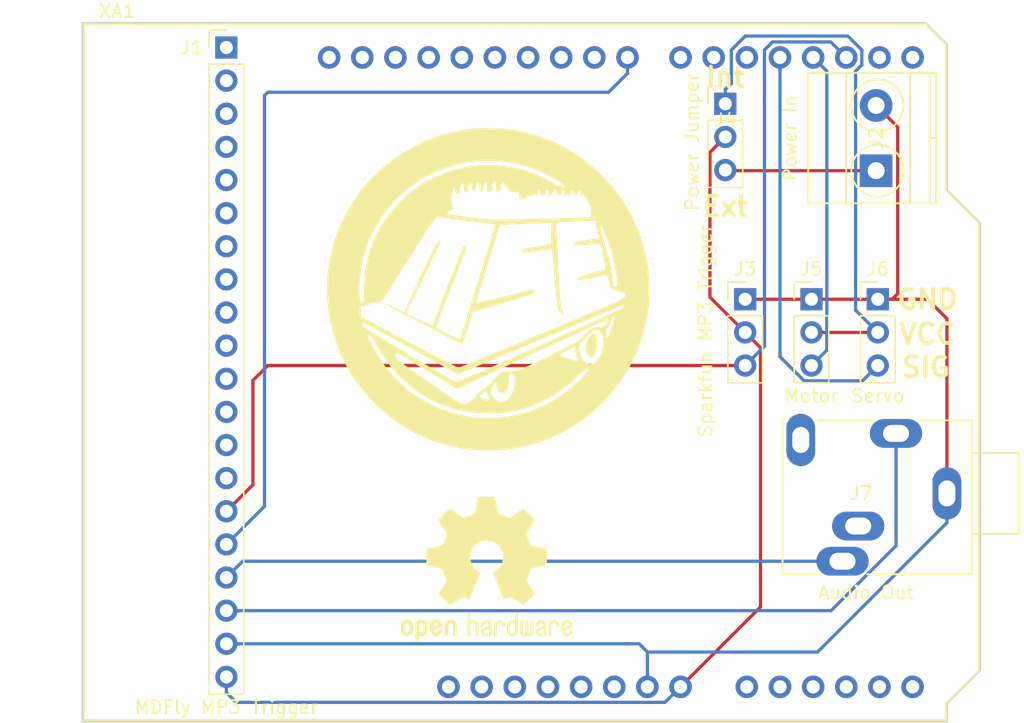
<source format=kicad_pcb>
(kicad_pcb (version 4) (host pcbnew 4.0.7)

  (general
    (links 19)
    (no_connects 0)
    (area 142.345999 50.079 221.226001 105.86)
    (thickness 1.6)
    (drawings 15)
    (tracks 77)
    (zones 0)
    (modules 10)
    (nets 52)
  )

  (page A4)
  (layers
    (0 F.Cu signal)
    (31 B.Cu signal)
    (32 B.Adhes user)
    (33 F.Adhes user)
    (34 B.Paste user)
    (35 F.Paste user)
    (36 B.SilkS user)
    (37 F.SilkS user)
    (38 B.Mask user)
    (39 F.Mask user)
    (40 Dwgs.User user)
    (41 Cmts.User user)
    (42 Eco1.User user)
    (43 Eco2.User user)
    (44 Edge.Cuts user)
    (45 Margin user)
    (46 B.CrtYd user)
    (47 F.CrtYd user)
    (48 B.Fab user)
    (49 F.Fab user)
  )

  (setup
    (last_trace_width 0.25)
    (trace_clearance 0.2)
    (zone_clearance 0.508)
    (zone_45_only no)
    (trace_min 0.2)
    (segment_width 0.2)
    (edge_width 0.1)
    (via_size 0.6)
    (via_drill 0.4)
    (via_min_size 0.4)
    (via_min_drill 0.3)
    (uvia_size 0.3)
    (uvia_drill 0.1)
    (uvias_allowed no)
    (uvia_min_size 0.2)
    (uvia_min_drill 0.1)
    (pcb_text_width 0.3)
    (pcb_text_size 1.5 1.5)
    (mod_edge_width 0.15)
    (mod_text_size 1 1)
    (mod_text_width 0.15)
    (pad_size 4 2.2)
    (pad_drill 2)
    (pad_to_mask_clearance 0)
    (aux_axis_origin 0 0)
    (visible_elements FFFFFF7F)
    (pcbplotparams
      (layerselection 0x010f0_80000001)
      (usegerberextensions true)
      (excludeedgelayer true)
      (linewidth 0.100000)
      (plotframeref false)
      (viasonmask false)
      (mode 1)
      (useauxorigin false)
      (hpglpennumber 1)
      (hpglpenspeed 20)
      (hpglpendiameter 15)
      (hpglpenoverlay 2)
      (psnegative false)
      (psa4output false)
      (plotreference true)
      (plotvalue true)
      (plotinvisibletext false)
      (padsonsilk false)
      (subtractmaskfromsilk false)
      (outputformat 1)
      (mirror false)
      (drillshape 0)
      (scaleselection 1)
      (outputdirectory Gerber/))
  )

  (net 0 "")
  (net 1 "Net-(J1-Pad1)")
  (net 2 "Net-(J1-Pad2)")
  (net 3 "Net-(J1-Pad3)")
  (net 4 "Net-(J1-Pad4)")
  (net 5 "Net-(J1-Pad5)")
  (net 6 "Net-(J1-Pad6)")
  (net 7 "Net-(J1-Pad7)")
  (net 8 "Net-(J1-Pad8)")
  (net 9 "Net-(J1-Pad9)")
  (net 10 "Net-(J1-Pad10)")
  (net 11 "Net-(J1-Pad11)")
  (net 12 "Net-(J1-Pad12)")
  (net 13 "Net-(J1-Pad13)")
  (net 14 "Net-(J1-Pad14)")
  (net 15 "Net-(J1-Pad15)")
  (net 16 "Net-(J1-Pad16)")
  (net 17 "Net-(J1-Pad17)")
  (net 18 "Net-(J1-Pad18)")
  (net 19 "Net-(J1-Pad19)")
  (net 20 "Net-(J1-Pad20)")
  (net 21 "Net-(J2-Pad1)")
  (net 22 "Net-(J4-Pad1)")
  (net 23 "Net-(J5-Pad3)")
  (net 24 "Net-(J6-Pad3)")
  (net 25 "Net-(J7-Pad4)")
  (net 26 "Net-(J7-Pad5)")
  (net 27 "Net-(XA1-PadA0)")
  (net 28 "Net-(XA1-PadGND2)")
  (net 29 "Net-(XA1-Pad5V1)")
  (net 30 "Net-(XA1-Pad3V3)")
  (net 31 "Net-(XA1-PadRST1)")
  (net 32 "Net-(XA1-PadIORF)")
  (net 33 "Net-(XA1-PadD0)")
  (net 34 "Net-(XA1-PadD1)")
  (net 35 "Net-(XA1-PadD5)")
  (net 36 "Net-(XA1-PadD6)")
  (net 37 "Net-(XA1-PadD7)")
  (net 38 "Net-(XA1-PadGND1)")
  (net 39 "Net-(XA1-PadD9)")
  (net 40 "Net-(XA1-PadD10)")
  (net 41 "Net-(XA1-PadSCL)")
  (net 42 "Net-(XA1-PadSDA)")
  (net 43 "Net-(XA1-PadAREF)")
  (net 44 "Net-(XA1-PadD13)")
  (net 45 "Net-(XA1-PadD12)")
  (net 46 "Net-(XA1-PadD11)")
  (net 47 "Net-(XA1-PadA1)")
  (net 48 "Net-(XA1-PadA2)")
  (net 49 "Net-(XA1-PadA3)")
  (net 50 "Net-(XA1-PadA4)")
  (net 51 "Net-(XA1-PadA5)")

  (net_class Default "This is the default net class."
    (clearance 0.2)
    (trace_width 0.25)
    (via_dia 0.6)
    (via_drill 0.4)
    (uvia_dia 0.3)
    (uvia_drill 0.1)
    (add_net "Net-(J1-Pad1)")
    (add_net "Net-(J1-Pad10)")
    (add_net "Net-(J1-Pad11)")
    (add_net "Net-(J1-Pad12)")
    (add_net "Net-(J1-Pad13)")
    (add_net "Net-(J1-Pad14)")
    (add_net "Net-(J1-Pad15)")
    (add_net "Net-(J1-Pad16)")
    (add_net "Net-(J1-Pad17)")
    (add_net "Net-(J1-Pad18)")
    (add_net "Net-(J1-Pad19)")
    (add_net "Net-(J1-Pad2)")
    (add_net "Net-(J1-Pad20)")
    (add_net "Net-(J1-Pad3)")
    (add_net "Net-(J1-Pad4)")
    (add_net "Net-(J1-Pad5)")
    (add_net "Net-(J1-Pad6)")
    (add_net "Net-(J1-Pad7)")
    (add_net "Net-(J1-Pad8)")
    (add_net "Net-(J1-Pad9)")
    (add_net "Net-(J2-Pad1)")
    (add_net "Net-(J4-Pad1)")
    (add_net "Net-(J5-Pad3)")
    (add_net "Net-(J6-Pad3)")
    (add_net "Net-(J7-Pad4)")
    (add_net "Net-(J7-Pad5)")
    (add_net "Net-(XA1-Pad3V3)")
    (add_net "Net-(XA1-Pad5V1)")
    (add_net "Net-(XA1-PadA0)")
    (add_net "Net-(XA1-PadA1)")
    (add_net "Net-(XA1-PadA2)")
    (add_net "Net-(XA1-PadA3)")
    (add_net "Net-(XA1-PadA4)")
    (add_net "Net-(XA1-PadA5)")
    (add_net "Net-(XA1-PadAREF)")
    (add_net "Net-(XA1-PadD0)")
    (add_net "Net-(XA1-PadD1)")
    (add_net "Net-(XA1-PadD10)")
    (add_net "Net-(XA1-PadD11)")
    (add_net "Net-(XA1-PadD12)")
    (add_net "Net-(XA1-PadD13)")
    (add_net "Net-(XA1-PadD5)")
    (add_net "Net-(XA1-PadD6)")
    (add_net "Net-(XA1-PadD7)")
    (add_net "Net-(XA1-PadD9)")
    (add_net "Net-(XA1-PadGND1)")
    (add_net "Net-(XA1-PadGND2)")
    (add_net "Net-(XA1-PadIORF)")
    (add_net "Net-(XA1-PadRST1)")
    (add_net "Net-(XA1-PadSCL)")
    (add_net "Net-(XA1-PadSDA)")
  )

  (module Arduino:Arduino_Uno_Shield_No_ICSP (layer F.Cu) (tedit 5B5CEFFF) (tstamp 5B5D09DE)
    (at 148.971 105.41)
    (descr https://store.arduino.cc/arduino-uno-rev3)
    (path /5B5CF1ED)
    (fp_text reference XA1 (at 2.54 -54.356) (layer F.SilkS)
      (effects (font (size 1 1) (thickness 0.15)))
    )
    (fp_text value Arduino_Uno_Shield (at 15.494 -54.356) (layer F.Fab)
      (effects (font (size 1 1) (thickness 0.15)))
    )
    (fp_line (start 9.525 -32.385) (end -6.35 -32.385) (layer B.CrtYd) (width 0.15))
    (fp_line (start 9.525 -43.815) (end -6.35 -43.815) (layer B.CrtYd) (width 0.15))
    (fp_line (start 9.525 -43.815) (end 9.525 -32.385) (layer B.CrtYd) (width 0.15))
    (fp_line (start -6.35 -43.815) (end -6.35 -32.385) (layer B.CrtYd) (width 0.15))
    (fp_line (start 11.43 -12.065) (end 11.43 -3.175) (layer B.CrtYd) (width 0.15))
    (fp_line (start -1.905 -3.175) (end 11.43 -3.175) (layer B.CrtYd) (width 0.15))
    (fp_line (start -1.905 -12.065) (end -1.905 -3.175) (layer B.CrtYd) (width 0.15))
    (fp_line (start -1.905 -12.065) (end 11.43 -12.065) (layer B.CrtYd) (width 0.15))
    (fp_line (start 0 -53.34) (end 0 0) (layer F.SilkS) (width 0.15))
    (fp_line (start 66.04 -40.64) (end 66.04 -51.816) (layer F.SilkS) (width 0.15))
    (fp_line (start 68.58 -38.1) (end 66.04 -40.64) (layer F.SilkS) (width 0.15))
    (fp_line (start 68.58 -3.81) (end 68.58 -38.1) (layer F.SilkS) (width 0.15))
    (fp_line (start 66.04 -1.27) (end 68.58 -3.81) (layer F.SilkS) (width 0.15))
    (fp_line (start 66.04 0) (end 66.04 -1.27) (layer F.SilkS) (width 0.15))
    (fp_line (start 64.516 -53.34) (end 66.04 -51.816) (layer F.SilkS) (width 0.15))
    (fp_line (start 0 0) (end 66.04 0) (layer F.SilkS) (width 0.15))
    (fp_line (start 0 -53.34) (end 64.516 -53.34) (layer F.SilkS) (width 0.15))
    (pad A0 thru_hole oval (at 50.8 -2.54) (size 1.7272 1.7272) (drill 1.016) (layers *.Cu *.Mask)
      (net 27 "Net-(XA1-PadA0)"))
    (pad VIN thru_hole oval (at 45.72 -2.54) (size 1.7272 1.7272) (drill 1.016) (layers *.Cu *.Mask)
      (net 20 "Net-(J1-Pad20)"))
    (pad GND3 thru_hole oval (at 43.18 -2.54) (size 1.7272 1.7272) (drill 1.016) (layers *.Cu *.Mask)
      (net 19 "Net-(J1-Pad19)"))
    (pad GND2 thru_hole oval (at 40.64 -2.54) (size 1.7272 1.7272) (drill 1.016) (layers *.Cu *.Mask)
      (net 28 "Net-(XA1-PadGND2)"))
    (pad 5V1 thru_hole oval (at 38.1 -2.54) (size 1.7272 1.7272) (drill 1.016) (layers *.Cu *.Mask)
      (net 29 "Net-(XA1-Pad5V1)"))
    (pad 3V3 thru_hole oval (at 35.56 -2.54) (size 1.7272 1.7272) (drill 1.016) (layers *.Cu *.Mask)
      (net 30 "Net-(XA1-Pad3V3)"))
    (pad RST1 thru_hole oval (at 33.02 -2.54) (size 1.7272 1.7272) (drill 1.016) (layers *.Cu *.Mask)
      (net 31 "Net-(XA1-PadRST1)"))
    (pad IORF thru_hole oval (at 30.48 -2.54) (size 1.7272 1.7272) (drill 1.016) (layers *.Cu *.Mask)
      (net 32 "Net-(XA1-PadIORF)"))
    (pad D0 thru_hole oval (at 63.5 -50.8) (size 1.7272 1.7272) (drill 1.016) (layers *.Cu *.Mask)
      (net 33 "Net-(XA1-PadD0)"))
    (pad D1 thru_hole oval (at 60.96 -50.8) (size 1.7272 1.7272) (drill 1.016) (layers *.Cu *.Mask)
      (net 34 "Net-(XA1-PadD1)"))
    (pad D2 thru_hole oval (at 58.42 -50.8) (size 1.7272 1.7272) (drill 1.016) (layers *.Cu *.Mask)
      (net 15 "Net-(J1-Pad15)"))
    (pad D3 thru_hole oval (at 55.88 -50.8) (size 1.7272 1.7272) (drill 1.016) (layers *.Cu *.Mask)
      (net 23 "Net-(J5-Pad3)"))
    (pad D4 thru_hole oval (at 53.34 -50.8) (size 1.7272 1.7272) (drill 1.016) (layers *.Cu *.Mask)
      (net 24 "Net-(J6-Pad3)"))
    (pad D5 thru_hole oval (at 50.8 -50.8) (size 1.7272 1.7272) (drill 1.016) (layers *.Cu *.Mask)
      (net 35 "Net-(XA1-PadD5)"))
    (pad D6 thru_hole oval (at 48.26 -50.8) (size 1.7272 1.7272) (drill 1.016) (layers *.Cu *.Mask)
      (net 36 "Net-(XA1-PadD6)"))
    (pad D7 thru_hole oval (at 45.72 -50.8) (size 1.7272 1.7272) (drill 1.016) (layers *.Cu *.Mask)
      (net 37 "Net-(XA1-PadD7)"))
    (pad GND1 thru_hole oval (at 26.416 -50.8) (size 1.7272 1.7272) (drill 1.016) (layers *.Cu *.Mask)
      (net 38 "Net-(XA1-PadGND1)"))
    (pad D8 thru_hole oval (at 41.656 -50.8) (size 1.7272 1.7272) (drill 1.016) (layers *.Cu *.Mask)
      (net 16 "Net-(J1-Pad16)"))
    (pad D9 thru_hole oval (at 39.116 -50.8) (size 1.7272 1.7272) (drill 1.016) (layers *.Cu *.Mask)
      (net 39 "Net-(XA1-PadD9)"))
    (pad D10 thru_hole oval (at 36.576 -50.8) (size 1.7272 1.7272) (drill 1.016) (layers *.Cu *.Mask)
      (net 40 "Net-(XA1-PadD10)"))
    (pad "" np_thru_hole circle (at 66.04 -7.62) (size 3.2 3.2) (drill 3.2) (layers *.Cu *.Mask))
    (pad "" np_thru_hole circle (at 66.04 -35.56) (size 3.2 3.2) (drill 3.2) (layers *.Cu *.Mask))
    (pad "" np_thru_hole circle (at 15.24 -50.8) (size 3.2 3.2) (drill 3.2) (layers *.Cu *.Mask))
    (pad SCL thru_hole oval (at 18.796 -50.8) (size 1.7272 1.7272) (drill 1.016) (layers *.Cu *.Mask)
      (net 41 "Net-(XA1-PadSCL)"))
    (pad SDA thru_hole oval (at 21.336 -50.8) (size 1.7272 1.7272) (drill 1.016) (layers *.Cu *.Mask)
      (net 42 "Net-(XA1-PadSDA)"))
    (pad AREF thru_hole oval (at 23.876 -50.8) (size 1.7272 1.7272) (drill 1.016) (layers *.Cu *.Mask)
      (net 43 "Net-(XA1-PadAREF)"))
    (pad D13 thru_hole oval (at 28.956 -50.8) (size 1.7272 1.7272) (drill 1.016) (layers *.Cu *.Mask)
      (net 44 "Net-(XA1-PadD13)"))
    (pad D12 thru_hole oval (at 31.496 -50.8) (size 1.7272 1.7272) (drill 1.016) (layers *.Cu *.Mask)
      (net 45 "Net-(XA1-PadD12)"))
    (pad D11 thru_hole oval (at 34.036 -50.8) (size 1.7272 1.7272) (drill 1.016) (layers *.Cu *.Mask)
      (net 46 "Net-(XA1-PadD11)"))
    (pad "" thru_hole oval (at 27.94 -2.54) (size 1.7272 1.7272) (drill 1.016) (layers *.Cu *.Mask))
    (pad A1 thru_hole oval (at 53.34 -2.54) (size 1.7272 1.7272) (drill 1.016) (layers *.Cu *.Mask)
      (net 47 "Net-(XA1-PadA1)"))
    (pad A2 thru_hole oval (at 55.88 -2.54) (size 1.7272 1.7272) (drill 1.016) (layers *.Cu *.Mask)
      (net 48 "Net-(XA1-PadA2)"))
    (pad A3 thru_hole oval (at 58.42 -2.54) (size 1.7272 1.7272) (drill 1.016) (layers *.Cu *.Mask)
      (net 49 "Net-(XA1-PadA3)"))
    (pad A4 thru_hole oval (at 60.96 -2.54) (size 1.7272 1.7272) (drill 1.016) (layers *.Cu *.Mask)
      (net 50 "Net-(XA1-PadA4)"))
    (pad A5 thru_hole oval (at 63.5 -2.54) (size 1.7272 1.7272) (drill 1.016) (layers *.Cu *.Mask)
      (net 51 "Net-(XA1-PadA5)"))
  )

  (module Pin_Headers:Pin_Header_Straight_1x20_Pitch2.54mm (layer F.Cu) (tedit 5B5CFD76) (tstamp 5B5CF610)
    (at 159.893 53.848)
    (descr "Through hole straight pin header, 1x20, 2.54mm pitch, single row")
    (tags "Through hole pin header THT 1x20 2.54mm single row")
    (path /5AFD54DB)
    (fp_text reference J1 (at -2.667 0) (layer F.SilkS)
      (effects (font (size 1 1) (thickness 0.15)))
    )
    (fp_text value "MDFly MP3 Trigger" (at 0 50.59) (layer F.SilkS)
      (effects (font (size 1 1) (thickness 0.15)))
    )
    (fp_line (start -0.635 -1.27) (end 1.27 -1.27) (layer F.Fab) (width 0.1))
    (fp_line (start 1.27 -1.27) (end 1.27 49.53) (layer F.Fab) (width 0.1))
    (fp_line (start 1.27 49.53) (end -1.27 49.53) (layer F.Fab) (width 0.1))
    (fp_line (start -1.27 49.53) (end -1.27 -0.635) (layer F.Fab) (width 0.1))
    (fp_line (start -1.27 -0.635) (end -0.635 -1.27) (layer F.Fab) (width 0.1))
    (fp_line (start -1.33 49.59) (end 1.33 49.59) (layer F.SilkS) (width 0.12))
    (fp_line (start -1.33 1.27) (end -1.33 49.59) (layer F.SilkS) (width 0.12))
    (fp_line (start 1.33 1.27) (end 1.33 49.59) (layer F.SilkS) (width 0.12))
    (fp_line (start -1.33 1.27) (end 1.33 1.27) (layer F.SilkS) (width 0.12))
    (fp_line (start -1.33 0) (end -1.33 -1.33) (layer F.SilkS) (width 0.12))
    (fp_line (start -1.33 -1.33) (end 0 -1.33) (layer F.SilkS) (width 0.12))
    (fp_line (start -1.8 -1.8) (end -1.8 50.05) (layer F.CrtYd) (width 0.05))
    (fp_line (start -1.8 50.05) (end 1.8 50.05) (layer F.CrtYd) (width 0.05))
    (fp_line (start 1.8 50.05) (end 1.8 -1.8) (layer F.CrtYd) (width 0.05))
    (fp_line (start 1.8 -1.8) (end -1.8 -1.8) (layer F.CrtYd) (width 0.05))
    (fp_text user %R (at -2.667 0 180) (layer F.Fab)
      (effects (font (size 1 1) (thickness 0.15)))
    )
    (pad 1 thru_hole rect (at 0 0) (size 1.7 1.7) (drill 1) (layers *.Cu *.Mask)
      (net 1 "Net-(J1-Pad1)"))
    (pad 2 thru_hole oval (at 0 2.54) (size 1.7 1.7) (drill 1) (layers *.Cu *.Mask)
      (net 2 "Net-(J1-Pad2)"))
    (pad 3 thru_hole oval (at 0 5.08) (size 1.7 1.7) (drill 1) (layers *.Cu *.Mask)
      (net 3 "Net-(J1-Pad3)"))
    (pad 4 thru_hole oval (at 0 7.62) (size 1.7 1.7) (drill 1) (layers *.Cu *.Mask)
      (net 4 "Net-(J1-Pad4)"))
    (pad 5 thru_hole oval (at 0 10.16) (size 1.7 1.7) (drill 1) (layers *.Cu *.Mask)
      (net 5 "Net-(J1-Pad5)"))
    (pad 6 thru_hole oval (at 0 12.7) (size 1.7 1.7) (drill 1) (layers *.Cu *.Mask)
      (net 6 "Net-(J1-Pad6)"))
    (pad 7 thru_hole oval (at 0 15.24) (size 1.7 1.7) (drill 1) (layers *.Cu *.Mask)
      (net 7 "Net-(J1-Pad7)"))
    (pad 8 thru_hole oval (at 0 17.78) (size 1.7 1.7) (drill 1) (layers *.Cu *.Mask)
      (net 8 "Net-(J1-Pad8)"))
    (pad 9 thru_hole oval (at 0 20.32) (size 1.7 1.7) (drill 1) (layers *.Cu *.Mask)
      (net 9 "Net-(J1-Pad9)"))
    (pad 10 thru_hole oval (at 0 22.86) (size 1.7 1.7) (drill 1) (layers *.Cu *.Mask)
      (net 10 "Net-(J1-Pad10)"))
    (pad 11 thru_hole oval (at 0 25.4) (size 1.7 1.7) (drill 1) (layers *.Cu *.Mask)
      (net 11 "Net-(J1-Pad11)"))
    (pad 12 thru_hole oval (at 0 27.94) (size 1.7 1.7) (drill 1) (layers *.Cu *.Mask)
      (net 12 "Net-(J1-Pad12)"))
    (pad 13 thru_hole oval (at 0 30.48) (size 1.7 1.7) (drill 1) (layers *.Cu *.Mask)
      (net 13 "Net-(J1-Pad13)"))
    (pad 14 thru_hole oval (at 0 33.02) (size 1.7 1.7) (drill 1) (layers *.Cu *.Mask)
      (net 14 "Net-(J1-Pad14)"))
    (pad 15 thru_hole oval (at 0 35.56) (size 1.7 1.7) (drill 1) (layers *.Cu *.Mask)
      (net 15 "Net-(J1-Pad15)"))
    (pad 16 thru_hole oval (at 0 38.1) (size 1.7 1.7) (drill 1) (layers *.Cu *.Mask)
      (net 16 "Net-(J1-Pad16)"))
    (pad 17 thru_hole oval (at 0 40.64) (size 1.7 1.7) (drill 1) (layers *.Cu *.Mask)
      (net 17 "Net-(J1-Pad17)"))
    (pad 18 thru_hole oval (at 0 43.18) (size 1.7 1.7) (drill 1) (layers *.Cu *.Mask)
      (net 18 "Net-(J1-Pad18)"))
    (pad 19 thru_hole oval (at 0 45.72) (size 1.7 1.7) (drill 1) (layers *.Cu *.Mask)
      (net 19 "Net-(J1-Pad19)"))
    (pad 20 thru_hole oval (at 0 48.26) (size 1.7 1.7) (drill 1) (layers *.Cu *.Mask)
      (net 20 "Net-(J1-Pad20)"))
    (model ${KISYS3DMOD}/Pin_Headers.3dshapes/Pin_Header_Straight_1x20_Pitch2.54mm.wrl
      (at (xyz 0 0 0))
      (scale (xyz 1 1 1))
      (rotate (xyz 0 0 0))
    )
  )

  (module TerminalBlock_Phoenix:TerminalBlock_Phoenix_MKDS1.5-2pol (layer F.Cu) (tedit 5B5CFD5A) (tstamp 5B5CF616)
    (at 209.677 63.293 90)
    (descr "2-way 5mm pitch terminal block, Phoenix MKDS series")
    (path /5AFD579D)
    (fp_text reference J2 (at 2.5 0 90) (layer F.SilkS)
      (effects (font (size 1 1) (thickness 0.15)))
    )
    (fp_text value "Power In" (at 2.5 -6.6 90) (layer F.SilkS)
      (effects (font (size 1 1) (thickness 0.15)))
    )
    (fp_text user %R (at 2.5 0 90) (layer F.Fab)
      (effects (font (size 1 1) (thickness 0.15)))
    )
    (fp_line (start -2.7 -5.4) (end 7.7 -5.4) (layer F.CrtYd) (width 0.05))
    (fp_line (start -2.7 4.8) (end -2.7 -5.4) (layer F.CrtYd) (width 0.05))
    (fp_line (start 7.7 4.8) (end -2.7 4.8) (layer F.CrtYd) (width 0.05))
    (fp_line (start 7.7 -5.4) (end 7.7 4.8) (layer F.CrtYd) (width 0.05))
    (fp_line (start 2.5 4.1) (end 2.5 4.6) (layer F.SilkS) (width 0.15))
    (fp_line (start -2.5 2.6) (end 7.5 2.6) (layer F.SilkS) (width 0.15))
    (fp_line (start -2.5 -2.3) (end 7.5 -2.3) (layer F.SilkS) (width 0.15))
    (fp_line (start -2.5 4.1) (end 7.5 4.1) (layer F.SilkS) (width 0.15))
    (fp_line (start -2.5 4.6) (end 7.5 4.6) (layer F.SilkS) (width 0.15))
    (fp_line (start 7.5 4.6) (end 7.5 -5.2) (layer F.SilkS) (width 0.15))
    (fp_line (start 7.5 -5.2) (end -2.5 -5.2) (layer F.SilkS) (width 0.15))
    (fp_line (start -2.5 -5.2) (end -2.5 4.6) (layer F.SilkS) (width 0.15))
    (fp_circle (center 5 0.1) (end 3 0.1) (layer F.SilkS) (width 0.15))
    (fp_circle (center 0 0.1) (end 2 0.1) (layer F.SilkS) (width 0.15))
    (pad 1 thru_hole rect (at 0 0 90) (size 2.5 2.5) (drill 1.3) (layers *.Cu *.Mask)
      (net 21 "Net-(J2-Pad1)"))
    (pad 2 thru_hole circle (at 5 0 90) (size 2.5 2.5) (drill 1.3) (layers *.Cu *.Mask)
      (net 19 "Net-(J1-Pad19)"))
    (model ${KISYS3DMOD}/TerminalBlock_Phoenix.3dshapes/TerminalBlock_Phoenix_MKDS1.5-2pol.wrl
      (at (xyz 0.0984 0 0))
      (scale (xyz 1 1 1))
      (rotate (xyz 0 0 0))
    )
  )

  (module Pin_Headers:Pin_Header_Straight_1x03_Pitch2.54mm (layer F.Cu) (tedit 5B5CFD4C) (tstamp 5B5CF61D)
    (at 199.644 73.152)
    (descr "Through hole straight pin header, 1x03, 2.54mm pitch, single row")
    (tags "Through hole pin header THT 1x03 2.54mm single row")
    (path /5AFD55D9)
    (fp_text reference J3 (at 0 -2.33) (layer F.SilkS)
      (effects (font (size 1 1) (thickness 0.15)))
    )
    (fp_text value "Sparkfun MP3 Trigger" (at -3.048 2.413 90) (layer F.SilkS)
      (effects (font (size 1 1) (thickness 0.15)))
    )
    (fp_line (start -0.635 -1.27) (end 1.27 -1.27) (layer F.Fab) (width 0.1))
    (fp_line (start 1.27 -1.27) (end 1.27 6.35) (layer F.Fab) (width 0.1))
    (fp_line (start 1.27 6.35) (end -1.27 6.35) (layer F.Fab) (width 0.1))
    (fp_line (start -1.27 6.35) (end -1.27 -0.635) (layer F.Fab) (width 0.1))
    (fp_line (start -1.27 -0.635) (end -0.635 -1.27) (layer F.Fab) (width 0.1))
    (fp_line (start -1.33 6.41) (end 1.33 6.41) (layer F.SilkS) (width 0.12))
    (fp_line (start -1.33 1.27) (end -1.33 6.41) (layer F.SilkS) (width 0.12))
    (fp_line (start 1.33 1.27) (end 1.33 6.41) (layer F.SilkS) (width 0.12))
    (fp_line (start -1.33 1.27) (end 1.33 1.27) (layer F.SilkS) (width 0.12))
    (fp_line (start -1.33 0) (end -1.33 -1.33) (layer F.SilkS) (width 0.12))
    (fp_line (start -1.33 -1.33) (end 0 -1.33) (layer F.SilkS) (width 0.12))
    (fp_line (start -1.8 -1.8) (end -1.8 6.85) (layer F.CrtYd) (width 0.05))
    (fp_line (start -1.8 6.85) (end 1.8 6.85) (layer F.CrtYd) (width 0.05))
    (fp_line (start 1.8 6.85) (end 1.8 -1.8) (layer F.CrtYd) (width 0.05))
    (fp_line (start 1.8 -1.8) (end -1.8 -1.8) (layer F.CrtYd) (width 0.05))
    (fp_text user %R (at 0 2.54 90) (layer F.Fab)
      (effects (font (size 1 1) (thickness 0.15)))
    )
    (pad 1 thru_hole rect (at 0 0) (size 1.7 1.7) (drill 1) (layers *.Cu *.Mask)
      (net 19 "Net-(J1-Pad19)"))
    (pad 2 thru_hole oval (at 0 2.54) (size 1.7 1.7) (drill 1) (layers *.Cu *.Mask)
      (net 20 "Net-(J1-Pad20)"))
    (pad 3 thru_hole oval (at 0 5.08) (size 1.7 1.7) (drill 1) (layers *.Cu *.Mask)
      (net 15 "Net-(J1-Pad15)"))
    (model ${KISYS3DMOD}/Pin_Headers.3dshapes/Pin_Header_Straight_1x03_Pitch2.54mm.wrl
      (at (xyz 0 0 0))
      (scale (xyz 1 1 1))
      (rotate (xyz 0 0 0))
    )
  )

  (module Pin_Headers:Pin_Header_Straight_1x03_Pitch2.54mm (layer F.Cu) (tedit 5B5CFD53) (tstamp 5B5CF624)
    (at 198.12 58.166)
    (descr "Through hole straight pin header, 1x03, 2.54mm pitch, single row")
    (tags "Through hole pin header THT 1x03 2.54mm single row")
    (path /5AFD5A36)
    (fp_text reference J4 (at 0 1.27) (layer F.SilkS)
      (effects (font (size 1 1) (thickness 0.15)))
    )
    (fp_text value "Power Jumper" (at -2.54 2.921 90) (layer F.SilkS)
      (effects (font (size 1 1) (thickness 0.15)))
    )
    (fp_line (start -0.635 -1.27) (end 1.27 -1.27) (layer F.Fab) (width 0.1))
    (fp_line (start 1.27 -1.27) (end 1.27 6.35) (layer F.Fab) (width 0.1))
    (fp_line (start 1.27 6.35) (end -1.27 6.35) (layer F.Fab) (width 0.1))
    (fp_line (start -1.27 6.35) (end -1.27 -0.635) (layer F.Fab) (width 0.1))
    (fp_line (start -1.27 -0.635) (end -0.635 -1.27) (layer F.Fab) (width 0.1))
    (fp_line (start -1.33 6.41) (end 1.33 6.41) (layer F.SilkS) (width 0.12))
    (fp_line (start -1.33 1.27) (end -1.33 6.41) (layer F.SilkS) (width 0.12))
    (fp_line (start 1.33 1.27) (end 1.33 6.41) (layer F.SilkS) (width 0.12))
    (fp_line (start -1.33 1.27) (end 1.33 1.27) (layer F.SilkS) (width 0.12))
    (fp_line (start -1.33 0) (end -1.33 -1.33) (layer F.SilkS) (width 0.12))
    (fp_line (start -1.33 -1.33) (end 0 -1.33) (layer F.SilkS) (width 0.12))
    (fp_line (start -1.8 -1.8) (end -1.8 6.85) (layer F.CrtYd) (width 0.05))
    (fp_line (start -1.8 6.85) (end 1.8 6.85) (layer F.CrtYd) (width 0.05))
    (fp_line (start 1.8 6.85) (end 1.8 -1.8) (layer F.CrtYd) (width 0.05))
    (fp_line (start 1.8 -1.8) (end -1.8 -1.8) (layer F.CrtYd) (width 0.05))
    (fp_text user %R (at 0 2.54 90) (layer F.Fab)
      (effects (font (size 1 1) (thickness 0.15)))
    )
    (pad 1 thru_hole rect (at 0 0) (size 1.7 1.7) (drill 1) (layers *.Cu *.Mask)
      (net 22 "Net-(J4-Pad1)"))
    (pad 2 thru_hole oval (at 0 2.54) (size 1.7 1.7) (drill 1) (layers *.Cu *.Mask)
      (net 20 "Net-(J1-Pad20)"))
    (pad 3 thru_hole oval (at 0 5.08) (size 1.7 1.7) (drill 1) (layers *.Cu *.Mask)
      (net 21 "Net-(J2-Pad1)"))
    (model ${KISYS3DMOD}/Pin_Headers.3dshapes/Pin_Header_Straight_1x03_Pitch2.54mm.wrl
      (at (xyz 0 0 0))
      (scale (xyz 1 1 1))
      (rotate (xyz 0 0 0))
    )
  )

  (module Pin_Headers:Pin_Header_Straight_1x03_Pitch2.54mm (layer F.Cu) (tedit 5B5CFD42) (tstamp 5B5CF62B)
    (at 204.724 73.152)
    (descr "Through hole straight pin header, 1x03, 2.54mm pitch, single row")
    (tags "Through hole pin header THT 1x03 2.54mm single row")
    (path /5AFD552F)
    (fp_text reference J5 (at 0 -2.33) (layer F.SilkS)
      (effects (font (size 1 1) (thickness 0.15)))
    )
    (fp_text value Motor (at 0 7.41) (layer F.SilkS)
      (effects (font (size 1 1) (thickness 0.15)))
    )
    (fp_line (start -0.635 -1.27) (end 1.27 -1.27) (layer F.Fab) (width 0.1))
    (fp_line (start 1.27 -1.27) (end 1.27 6.35) (layer F.Fab) (width 0.1))
    (fp_line (start 1.27 6.35) (end -1.27 6.35) (layer F.Fab) (width 0.1))
    (fp_line (start -1.27 6.35) (end -1.27 -0.635) (layer F.Fab) (width 0.1))
    (fp_line (start -1.27 -0.635) (end -0.635 -1.27) (layer F.Fab) (width 0.1))
    (fp_line (start -1.33 6.41) (end 1.33 6.41) (layer F.SilkS) (width 0.12))
    (fp_line (start -1.33 1.27) (end -1.33 6.41) (layer F.SilkS) (width 0.12))
    (fp_line (start 1.33 1.27) (end 1.33 6.41) (layer F.SilkS) (width 0.12))
    (fp_line (start -1.33 1.27) (end 1.33 1.27) (layer F.SilkS) (width 0.12))
    (fp_line (start -1.33 0) (end -1.33 -1.33) (layer F.SilkS) (width 0.12))
    (fp_line (start -1.33 -1.33) (end 0 -1.33) (layer F.SilkS) (width 0.12))
    (fp_line (start -1.8 -1.8) (end -1.8 6.85) (layer F.CrtYd) (width 0.05))
    (fp_line (start -1.8 6.85) (end 1.8 6.85) (layer F.CrtYd) (width 0.05))
    (fp_line (start 1.8 6.85) (end 1.8 -1.8) (layer F.CrtYd) (width 0.05))
    (fp_line (start 1.8 -1.8) (end -1.8 -1.8) (layer F.CrtYd) (width 0.05))
    (fp_text user %R (at 0 2.54 90) (layer F.Fab)
      (effects (font (size 1 1) (thickness 0.15)))
    )
    (pad 1 thru_hole rect (at 0 0) (size 1.7 1.7) (drill 1) (layers *.Cu *.Mask)
      (net 19 "Net-(J1-Pad19)"))
    (pad 2 thru_hole oval (at 0 2.54) (size 1.7 1.7) (drill 1) (layers *.Cu *.Mask)
      (net 22 "Net-(J4-Pad1)"))
    (pad 3 thru_hole oval (at 0 5.08) (size 1.7 1.7) (drill 1) (layers *.Cu *.Mask)
      (net 23 "Net-(J5-Pad3)"))
    (model ${KISYS3DMOD}/Pin_Headers.3dshapes/Pin_Header_Straight_1x03_Pitch2.54mm.wrl
      (at (xyz 0 0 0))
      (scale (xyz 1 1 1))
      (rotate (xyz 0 0 0))
    )
  )

  (module Pin_Headers:Pin_Header_Straight_1x03_Pitch2.54mm (layer F.Cu) (tedit 5B5CFD3B) (tstamp 5B5CF632)
    (at 209.804 73.152)
    (descr "Through hole straight pin header, 1x03, 2.54mm pitch, single row")
    (tags "Through hole pin header THT 1x03 2.54mm single row")
    (path /5AFD5578)
    (fp_text reference J6 (at 0 -2.33) (layer F.SilkS)
      (effects (font (size 1 1) (thickness 0.15)))
    )
    (fp_text value Servo (at 0 7.41) (layer F.SilkS)
      (effects (font (size 1 1) (thickness 0.15)))
    )
    (fp_line (start -0.635 -1.27) (end 1.27 -1.27) (layer F.Fab) (width 0.1))
    (fp_line (start 1.27 -1.27) (end 1.27 6.35) (layer F.Fab) (width 0.1))
    (fp_line (start 1.27 6.35) (end -1.27 6.35) (layer F.Fab) (width 0.1))
    (fp_line (start -1.27 6.35) (end -1.27 -0.635) (layer F.Fab) (width 0.1))
    (fp_line (start -1.27 -0.635) (end -0.635 -1.27) (layer F.Fab) (width 0.1))
    (fp_line (start -1.33 6.41) (end 1.33 6.41) (layer F.SilkS) (width 0.12))
    (fp_line (start -1.33 1.27) (end -1.33 6.41) (layer F.SilkS) (width 0.12))
    (fp_line (start 1.33 1.27) (end 1.33 6.41) (layer F.SilkS) (width 0.12))
    (fp_line (start -1.33 1.27) (end 1.33 1.27) (layer F.SilkS) (width 0.12))
    (fp_line (start -1.33 0) (end -1.33 -1.33) (layer F.SilkS) (width 0.12))
    (fp_line (start -1.33 -1.33) (end 0 -1.33) (layer F.SilkS) (width 0.12))
    (fp_line (start -1.8 -1.8) (end -1.8 6.85) (layer F.CrtYd) (width 0.05))
    (fp_line (start -1.8 6.85) (end 1.8 6.85) (layer F.CrtYd) (width 0.05))
    (fp_line (start 1.8 6.85) (end 1.8 -1.8) (layer F.CrtYd) (width 0.05))
    (fp_line (start 1.8 -1.8) (end -1.8 -1.8) (layer F.CrtYd) (width 0.05))
    (fp_text user %R (at 0 2.54 90) (layer F.Fab)
      (effects (font (size 1 1) (thickness 0.15)))
    )
    (pad 1 thru_hole rect (at 0 0) (size 1.7 1.7) (drill 1) (layers *.Cu *.Mask)
      (net 19 "Net-(J1-Pad19)"))
    (pad 2 thru_hole oval (at 0 2.54) (size 1.7 1.7) (drill 1) (layers *.Cu *.Mask)
      (net 22 "Net-(J4-Pad1)"))
    (pad 3 thru_hole oval (at 0 5.08) (size 1.7 1.7) (drill 1) (layers *.Cu *.Mask)
      (net 24 "Net-(J6-Pad3)"))
    (model ${KISYS3DMOD}/Pin_Headers.3dshapes/Pin_Header_Straight_1x03_Pitch2.54mm.wrl
      (at (xyz 0 0 0))
      (scale (xyz 1 1 1))
      (rotate (xyz 0 0 0))
    )
  )

  (module Connectors:Stereo_Jack_3.5mm_Switch_Ledino_KB3SPRS (layer F.Cu) (tedit 5B5CFD32) (tstamp 5B5CF63B)
    (at 211.201 83.439 180)
    (descr https://www.reichelt.de/index.html?ACTION=7&LA=3&OPEN=0&INDEX=0&FILENAME=C160%252FKB3SPRS.pdf)
    (tags "jack stereo TRS")
    (path /5AFD567D)
    (fp_text reference J7 (at 2.667 -4.572 180) (layer F.SilkS)
      (effects (font (size 1 1) (thickness 0.15)))
    )
    (fp_text value "Audio Out" (at 2.3 -12.2 180) (layer F.SilkS)
      (effects (font (size 1 1) (thickness 0.15)))
    )
    (fp_line (start -9.3 -7.6) (end -9.3 -1.6) (layer F.Fab) (width 0.1))
    (fp_line (start -9.3 -1.6) (end -5.7 -1.6) (layer F.Fab) (width 0.1))
    (fp_line (start -9.3 -7.6) (end -5.7 -7.6) (layer F.Fab) (width 0.1))
    (fp_line (start -5.7 -10.7) (end -5.7 0.9) (layer F.Fab) (width 0.1))
    (fp_line (start -5.7 0.9) (end 8.6 0.9) (layer F.Fab) (width 0.1))
    (fp_line (start 8.6 0.9) (end 8.6 -10.7) (layer F.Fab) (width 0.1))
    (fp_line (start 8.6 -10.7) (end -5.7 -10.7) (layer F.Fab) (width 0.1))
    (fp_text user %R (at 2.7 -4.6 180) (layer F.Fab)
      (effects (font (size 1 1) (thickness 0.15)))
    )
    (fp_line (start -9.8 2) (end 9.1 2) (layer F.CrtYd) (width 0.05))
    (fp_line (start 9.1 -11.4) (end -9.8 -11.4) (layer F.CrtYd) (width 0.05))
    (fp_line (start -5.8 -10.8) (end 2.2 -10.8) (layer F.SilkS) (width 0.15))
    (fp_line (start 6 -10.8) (end 8.7 -10.8) (layer F.SilkS) (width 0.15))
    (fp_line (start 8.7 -10.8) (end 8.7 1) (layer F.SilkS) (width 0.15))
    (fp_line (start 8.7 1) (end 8.6 1) (layer F.SilkS) (width 0.15))
    (fp_line (start 6 1) (end 1.9 1) (layer F.SilkS) (width 0.15))
    (fp_line (start -1.9 1) (end -5.8 1) (layer F.SilkS) (width 0.15))
    (fp_line (start -5.8 1) (end -5.8 -10.8) (layer F.SilkS) (width 0.15))
    (fp_line (start -5.8 -7.7) (end -9.4 -7.7) (layer F.SilkS) (width 0.15))
    (fp_line (start -9.4 -7.7) (end -9.4 -1.5) (layer F.SilkS) (width 0.15))
    (fp_line (start -9.4 -1.5) (end -5.8 -1.5) (layer F.SilkS) (width 0.15))
    (fp_line (start -9.8 -11.4) (end -9.8 2) (layer F.CrtYd) (width 0.05))
    (fp_line (start 9.1 2) (end 9.1 -11.4) (layer F.CrtYd) (width 0.05))
    (pad 1 thru_hole oval (at 0 0 180) (size 4 2.2) (drill oval 2 1.3) (layers *.Cu *.Mask)
      (net 18 "Net-(J1-Pad18)"))
    (pad 4 thru_hole oval (at 7.3 -0.5 270) (size 4 2.2) (drill oval 2 1.3) (layers *.Cu *.Mask)
      (net 25 "Net-(J7-Pad4)"))
    (pad 5 thru_hole oval (at 2.9 -7.1 180) (size 4 2.2) (drill oval 2 1.3) (layers *.Cu *.Mask)
      (net 26 "Net-(J7-Pad5)"))
    (pad 2 thru_hole oval (at 4.1 -9.8 180) (size 4 2.2) (drill oval 2 1.3) (layers *.Cu *.Mask)
      (net 17 "Net-(J1-Pad17)"))
    (pad 3 thru_hole oval (at -3.9 -4.6 180) (size 2.2 4) (drill oval 1.3 2) (layers *.Cu *.Mask)
      (net 19 "Net-(J1-Pad19)"))
    (model ${KISYS3DMOD}/Connectors.3dshapes/Stereo_Jack_3.5mm_Switch_Ledino_KB3SPRS.wrl
      (at (xyz 0 0 0))
      (scale (xyz 1 1 1))
      (rotate (xyz 0 0 0))
    )
  )

  (module Symbols:OSHW-Logo2_14.6x12mm_SilkScreen (layer F.Cu) (tedit 0) (tstamp 5B5D1441)
    (at 179.832 93.853)
    (descr "Open Source Hardware Symbol")
    (tags "Logo Symbol OSHW")
    (attr virtual)
    (fp_text reference REF*** (at 0 0) (layer F.SilkS) hide
      (effects (font (size 1 1) (thickness 0.15)))
    )
    (fp_text value OSHW-Logo2_14.6x12mm_SilkScreen (at 0.75 0) (layer F.Fab) hide
      (effects (font (size 1 1) (thickness 0.15)))
    )
    (fp_poly (pts (xy -4.8281 3.861903) (xy -4.71655 3.917522) (xy -4.618092 4.019931) (xy -4.590977 4.057864)
      (xy -4.561438 4.1075) (xy -4.542272 4.161412) (xy -4.531307 4.233364) (xy -4.526371 4.337122)
      (xy -4.525287 4.474101) (xy -4.530182 4.661815) (xy -4.547196 4.802758) (xy -4.579823 4.907908)
      (xy -4.631558 4.988243) (xy -4.705896 5.054741) (xy -4.711358 5.058678) (xy -4.78462 5.098953)
      (xy -4.87284 5.11888) (xy -4.985038 5.123793) (xy -5.167433 5.123793) (xy -5.167509 5.300857)
      (xy -5.169207 5.39947) (xy -5.17955 5.457314) (xy -5.206578 5.492006) (xy -5.258332 5.521164)
      (xy -5.270761 5.527121) (xy -5.328923 5.555039) (xy -5.373956 5.572672) (xy -5.407441 5.574194)
      (xy -5.430962 5.553781) (xy -5.4461 5.505607) (xy -5.454437 5.423846) (xy -5.457556 5.302672)
      (xy -5.45704 5.13626) (xy -5.454471 4.918785) (xy -5.453668 4.853736) (xy -5.450778 4.629502)
      (xy -5.448188 4.482821) (xy -5.167586 4.482821) (xy -5.166009 4.607326) (xy -5.159 4.688787)
      (xy -5.143142 4.742515) (xy -5.115019 4.783823) (xy -5.095925 4.803971) (xy -5.017865 4.862921)
      (xy -4.948753 4.86772) (xy -4.87744 4.819038) (xy -4.875632 4.817241) (xy -4.846617 4.779618)
      (xy -4.828967 4.728484) (xy -4.820064 4.649738) (xy -4.817291 4.529276) (xy -4.817241 4.502588)
      (xy -4.823942 4.336583) (xy -4.845752 4.221505) (xy -4.885235 4.151254) (xy -4.944956 4.119729)
      (xy -4.979472 4.116552) (xy -5.061389 4.13146) (xy -5.117579 4.180548) (xy -5.151402 4.270362)
      (xy -5.16622 4.407445) (xy -5.167586 4.482821) (xy -5.448188 4.482821) (xy -5.447713 4.455952)
      (xy -5.443753 4.325382) (xy -5.438174 4.230087) (xy -5.430254 4.162364) (xy -5.419269 4.114507)
      (xy -5.404499 4.078813) (xy -5.385218 4.047578) (xy -5.376951 4.035824) (xy -5.267288 3.924797)
      (xy -5.128635 3.861847) (xy -4.968246 3.844297) (xy -4.8281 3.861903)) (layer F.SilkS) (width 0.01))
    (fp_poly (pts (xy -2.582571 3.877719) (xy -2.488877 3.931914) (xy -2.423736 3.985707) (xy -2.376093 4.042066)
      (xy -2.343272 4.110987) (xy -2.322594 4.202468) (xy -2.31138 4.326506) (xy -2.306951 4.493098)
      (xy -2.306437 4.612851) (xy -2.306437 5.053659) (xy -2.430517 5.109283) (xy -2.554598 5.164907)
      (xy -2.569195 4.682095) (xy -2.575227 4.501779) (xy -2.581555 4.370901) (xy -2.589394 4.280511)
      (xy -2.599963 4.221664) (xy -2.614477 4.185413) (xy -2.634152 4.16281) (xy -2.640465 4.157917)
      (xy -2.736112 4.119706) (xy -2.832793 4.134827) (xy -2.890345 4.174943) (xy -2.913755 4.20337)
      (xy -2.929961 4.240672) (xy -2.940259 4.297223) (xy -2.945951 4.383394) (xy -2.948336 4.509558)
      (xy -2.948736 4.641042) (xy -2.948814 4.805999) (xy -2.951639 4.922761) (xy -2.961093 5.00151)
      (xy -2.98106 5.052431) (xy -3.015424 5.085706) (xy -3.068068 5.11152) (xy -3.138383 5.138344)
      (xy -3.21518 5.167542) (xy -3.206038 4.649346) (xy -3.202357 4.462539) (xy -3.19805 4.32449)
      (xy -3.191877 4.225568) (xy -3.182598 4.156145) (xy -3.168973 4.10659) (xy -3.149761 4.067273)
      (xy -3.126598 4.032584) (xy -3.014848 3.92177) (xy -2.878487 3.857689) (xy -2.730175 3.842339)
      (xy -2.582571 3.877719)) (layer F.SilkS) (width 0.01))
    (fp_poly (pts (xy -5.951779 3.866015) (xy -5.814939 3.937968) (xy -5.713949 4.053766) (xy -5.678075 4.128213)
      (xy -5.650161 4.239992) (xy -5.635871 4.381227) (xy -5.634516 4.535371) (xy -5.645405 4.685879)
      (xy -5.667847 4.816205) (xy -5.70115 4.909803) (xy -5.711385 4.925922) (xy -5.832618 5.046249)
      (xy -5.976613 5.118317) (xy -6.132861 5.139408) (xy -6.290852 5.106802) (xy -6.33482 5.087253)
      (xy -6.420444 5.027012) (xy -6.495592 4.947135) (xy -6.502694 4.937004) (xy -6.531561 4.888181)
      (xy -6.550643 4.83599) (xy -6.561916 4.767285) (xy -6.567355 4.668918) (xy -6.568938 4.527744)
      (xy -6.568965 4.496092) (xy -6.568893 4.486019) (xy -6.277011 4.486019) (xy -6.275313 4.619256)
      (xy -6.268628 4.707674) (xy -6.254575 4.764785) (xy -6.230771 4.804102) (xy -6.218621 4.817241)
      (xy -6.148764 4.867172) (xy -6.080941 4.864895) (xy -6.012365 4.821584) (xy -5.971465 4.775346)
      (xy -5.947242 4.707857) (xy -5.933639 4.601433) (xy -5.932706 4.58902) (xy -5.930384 4.396147)
      (xy -5.95465 4.2529) (xy -6.005176 4.16016) (xy -6.081632 4.118807) (xy -6.108924 4.116552)
      (xy -6.180589 4.127893) (xy -6.22961 4.167184) (xy -6.259582 4.242326) (xy -6.274101 4.361222)
      (xy -6.277011 4.486019) (xy -6.568893 4.486019) (xy -6.567878 4.345659) (xy -6.563312 4.240549)
      (xy -6.553312 4.167714) (xy -6.535921 4.114108) (xy -6.509184 4.066681) (xy -6.503276 4.057864)
      (xy -6.403968 3.939007) (xy -6.295758 3.870008) (xy -6.164019 3.842619) (xy -6.119283 3.841281)
      (xy -5.951779 3.866015)) (layer F.SilkS) (width 0.01))
    (fp_poly (pts (xy -3.684448 3.884676) (xy -3.569342 3.962111) (xy -3.480389 4.073949) (xy -3.427251 4.216265)
      (xy -3.416503 4.321015) (xy -3.417724 4.364726) (xy -3.427944 4.398194) (xy -3.456039 4.428179)
      (xy -3.510884 4.46144) (xy -3.601355 4.504738) (xy -3.736328 4.564833) (xy -3.737011 4.565134)
      (xy -3.861249 4.622037) (xy -3.963127 4.672565) (xy -4.032233 4.71128) (xy -4.058154 4.73274)
      (xy -4.058161 4.732913) (xy -4.035315 4.779644) (xy -3.981891 4.831154) (xy -3.920558 4.868261)
      (xy -3.889485 4.875632) (xy -3.804711 4.850138) (xy -3.731707 4.786291) (xy -3.696087 4.716094)
      (xy -3.66182 4.664343) (xy -3.594697 4.605409) (xy -3.515792 4.554496) (xy -3.446179 4.526809)
      (xy -3.431623 4.525287) (xy -3.415237 4.550321) (xy -3.41425 4.614311) (xy -3.426292 4.700593)
      (xy -3.448993 4.792501) (xy -3.479986 4.873369) (xy -3.481552 4.876509) (xy -3.574819 5.006734)
      (xy -3.695696 5.095311) (xy -3.832973 5.138786) (xy -3.97544 5.133706) (xy -4.111888 5.076616)
      (xy -4.117955 5.072602) (xy -4.22529 4.975326) (xy -4.295868 4.848409) (xy -4.334926 4.681526)
      (xy -4.340168 4.634639) (xy -4.349452 4.413329) (xy -4.338322 4.310124) (xy -4.058161 4.310124)
      (xy -4.054521 4.374503) (xy -4.034611 4.393291) (xy -3.984974 4.379235) (xy -3.906733 4.346009)
      (xy -3.819274 4.304359) (xy -3.817101 4.303256) (xy -3.74297 4.264265) (xy -3.713219 4.238244)
      (xy -3.720555 4.210965) (xy -3.751447 4.175121) (xy -3.83004 4.123251) (xy -3.914677 4.119439)
      (xy -3.990597 4.157189) (xy -4.043035 4.230001) (xy -4.058161 4.310124) (xy -4.338322 4.310124)
      (xy -4.330356 4.236261) (xy -4.281366 4.095829) (xy -4.213164 3.997447) (xy -4.090065 3.89803)
      (xy -3.954472 3.848711) (xy -3.816045 3.845568) (xy -3.684448 3.884676)) (layer F.SilkS) (width 0.01))
    (fp_poly (pts (xy -1.255402 3.723857) (xy -1.246846 3.843188) (xy -1.237019 3.913506) (xy -1.223401 3.944179)
      (xy -1.203473 3.944571) (xy -1.197011 3.94091) (xy -1.11106 3.914398) (xy -0.999255 3.915946)
      (xy -0.885586 3.943199) (xy -0.81449 3.978455) (xy -0.741595 4.034778) (xy -0.688307 4.098519)
      (xy -0.651725 4.17951) (xy -0.62895 4.287586) (xy -0.617081 4.43258) (xy -0.613218 4.624326)
      (xy -0.613149 4.661109) (xy -0.613103 5.074288) (xy -0.705046 5.106339) (xy -0.770348 5.128144)
      (xy -0.806176 5.138297) (xy -0.80723 5.138391) (xy -0.810758 5.11086) (xy -0.813761 5.034923)
      (xy -0.81601 4.920565) (xy -0.817276 4.777769) (xy -0.817471 4.690951) (xy -0.817877 4.519773)
      (xy -0.819968 4.397088) (xy -0.825053 4.313) (xy -0.83444 4.257614) (xy -0.849439 4.221032)
      (xy -0.871358 4.193359) (xy -0.885043 4.180032) (xy -0.979051 4.126328) (xy -1.081636 4.122307)
      (xy -1.17471 4.167725) (xy -1.191922 4.184123) (xy -1.217168 4.214957) (xy -1.23468 4.251531)
      (xy -1.245858 4.304415) (xy -1.252104 4.384177) (xy -1.254818 4.501385) (xy -1.255402 4.662991)
      (xy -1.255402 5.074288) (xy -1.347345 5.106339) (xy -1.412647 5.128144) (xy -1.448475 5.138297)
      (xy -1.449529 5.138391) (xy -1.452225 5.110448) (xy -1.454655 5.03163) (xy -1.456722 4.909453)
      (xy -1.458329 4.751432) (xy -1.459377 4.565083) (xy -1.459769 4.35792) (xy -1.45977 4.348706)
      (xy -1.45977 3.55902) (xy -1.364885 3.518997) (xy -1.27 3.478973) (xy -1.255402 3.723857)) (layer F.SilkS) (width 0.01))
    (fp_poly (pts (xy 0.079944 3.92436) (xy 0.194343 3.966842) (xy 0.195652 3.967658) (xy 0.266403 4.01973)
      (xy 0.318636 4.080584) (xy 0.355371 4.159887) (xy 0.379634 4.267309) (xy 0.394445 4.412517)
      (xy 0.402829 4.605179) (xy 0.403564 4.632628) (xy 0.41412 5.046521) (xy 0.325291 5.092456)
      (xy 0.261018 5.123498) (xy 0.22221 5.138206) (xy 0.220415 5.138391) (xy 0.2137 5.11125)
      (xy 0.208365 5.038041) (xy 0.205083 4.931081) (xy 0.204368 4.844469) (xy 0.204351 4.704162)
      (xy 0.197937 4.616051) (xy 0.17558 4.574025) (xy 0.127732 4.571975) (xy 0.044849 4.60379)
      (xy -0.080287 4.662272) (xy -0.172303 4.710845) (xy -0.219629 4.752986) (xy -0.233542 4.798916)
      (xy -0.233563 4.801189) (xy -0.210605 4.880311) (xy -0.14263 4.923055) (xy -0.038602 4.929246)
      (xy 0.03633 4.928172) (xy 0.075839 4.949753) (xy 0.100478 5.001591) (xy 0.114659 5.067632)
      (xy 0.094223 5.105104) (xy 0.086528 5.110467) (xy 0.014083 5.132006) (xy -0.087367 5.135055)
      (xy -0.191843 5.120778) (xy -0.265875 5.094688) (xy -0.368228 5.007785) (xy -0.426409 4.886816)
      (xy -0.437931 4.792308) (xy -0.429138 4.707062) (xy -0.39732 4.637476) (xy -0.334316 4.575672)
      (xy -0.231969 4.513772) (xy -0.082118 4.443897) (xy -0.072988 4.439948) (xy 0.061997 4.377588)
      (xy 0.145294 4.326446) (xy 0.180997 4.280488) (xy 0.173203 4.233683) (xy 0.126007 4.179998)
      (xy 0.111894 4.167644) (xy 0.017359 4.119741) (xy -0.080594 4.121758) (xy -0.165903 4.168724)
      (xy -0.222504 4.255669) (xy -0.227763 4.272734) (xy -0.278977 4.355504) (xy -0.343963 4.395372)
      (xy -0.437931 4.434882) (xy -0.437931 4.332658) (xy -0.409347 4.184072) (xy -0.324505 4.047784)
      (xy -0.280355 4.002191) (xy -0.179995 3.943674) (xy -0.052365 3.917184) (xy 0.079944 3.92436)) (layer F.SilkS) (width 0.01))
    (fp_poly (pts (xy 1.065943 3.92192) (xy 1.198565 3.970859) (xy 1.30601 4.057419) (xy 1.348032 4.118352)
      (xy 1.393843 4.230161) (xy 1.392891 4.311006) (xy 1.344808 4.365378) (xy 1.327017 4.374624)
      (xy 1.250204 4.40345) (xy 1.210976 4.396065) (xy 1.197689 4.347658) (xy 1.197012 4.32092)
      (xy 1.172686 4.222548) (xy 1.109281 4.153734) (xy 1.021154 4.120498) (xy 0.922663 4.128861)
      (xy 0.842602 4.172296) (xy 0.815561 4.197072) (xy 0.796394 4.227129) (xy 0.783446 4.272565)
      (xy 0.775064 4.343476) (xy 0.769593 4.44996) (xy 0.765378 4.602112) (xy 0.764287 4.650287)
      (xy 0.760307 4.815095) (xy 0.755781 4.931088) (xy 0.748995 5.007833) (xy 0.738231 5.054893)
      (xy 0.721773 5.081835) (xy 0.697906 5.098223) (xy 0.682626 5.105463) (xy 0.617733 5.13022)
      (xy 0.579534 5.138391) (xy 0.566912 5.111103) (xy 0.559208 5.028603) (xy 0.55638 4.889941)
      (xy 0.558386 4.694162) (xy 0.559011 4.663965) (xy 0.563421 4.485349) (xy 0.568635 4.354923)
      (xy 0.576055 4.262492) (xy 0.587082 4.197858) (xy 0.603117 4.150825) (xy 0.625561 4.111196)
      (xy 0.637302 4.094215) (xy 0.704619 4.01908) (xy 0.77991 3.960638) (xy 0.789128 3.955536)
      (xy 0.924133 3.91526) (xy 1.065943 3.92192)) (layer F.SilkS) (width 0.01))
    (fp_poly (pts (xy 2.393914 4.154455) (xy 2.393543 4.372661) (xy 2.392108 4.540519) (xy 2.389002 4.66607)
      (xy 2.383622 4.757355) (xy 2.375362 4.822415) (xy 2.363616 4.869291) (xy 2.347781 4.906024)
      (xy 2.33579 4.926991) (xy 2.23649 5.040694) (xy 2.110588 5.111965) (xy 1.971291 5.137538)
      (xy 1.831805 5.11415) (xy 1.748743 5.072119) (xy 1.661545 4.999411) (xy 1.602117 4.910612)
      (xy 1.566261 4.79432) (xy 1.549781 4.639135) (xy 1.547447 4.525287) (xy 1.547761 4.517106)
      (xy 1.751724 4.517106) (xy 1.75297 4.647657) (xy 1.758678 4.73408) (xy 1.771804 4.790618)
      (xy 1.795306 4.831514) (xy 1.823386 4.862362) (xy 1.917688 4.921905) (xy 2.01894 4.926992)
      (xy 2.114636 4.877279) (xy 2.122084 4.870543) (xy 2.153874 4.835502) (xy 2.173808 4.793811)
      (xy 2.1846 4.731762) (xy 2.188965 4.635644) (xy 2.189655 4.529379) (xy 2.188159 4.39588)
      (xy 2.181964 4.306822) (xy 2.168514 4.248293) (xy 2.145251 4.206382) (xy 2.126175 4.184123)
      (xy 2.037563 4.127985) (xy 1.935508 4.121235) (xy 1.838095 4.164114) (xy 1.819296 4.180032)
      (xy 1.787293 4.215382) (xy 1.767318 4.257502) (xy 1.756593 4.320251) (xy 1.752339 4.417487)
      (xy 1.751724 4.517106) (xy 1.547761 4.517106) (xy 1.554504 4.341947) (xy 1.578472 4.204195)
      (xy 1.623548 4.100632) (xy 1.693928 4.019856) (xy 1.748743 3.978455) (xy 1.848376 3.933728)
      (xy 1.963855 3.912967) (xy 2.071199 3.918525) (xy 2.131264 3.940943) (xy 2.154835 3.947323)
      (xy 2.170477 3.923535) (xy 2.181395 3.859788) (xy 2.189655 3.762687) (xy 2.198699 3.654541)
      (xy 2.211261 3.589475) (xy 2.234119 3.552268) (xy 2.274051 3.527699) (xy 2.299138 3.516819)
      (xy 2.394023 3.477072) (xy 2.393914 4.154455)) (layer F.SilkS) (width 0.01))
    (fp_poly (pts (xy 3.580124 3.93984) (xy 3.584579 4.016653) (xy 3.588071 4.133391) (xy 3.590315 4.280821)
      (xy 3.591035 4.435455) (xy 3.591035 4.958727) (xy 3.498645 5.051117) (xy 3.434978 5.108047)
      (xy 3.379089 5.131107) (xy 3.302702 5.129647) (xy 3.27238 5.125934) (xy 3.17761 5.115126)
      (xy 3.099222 5.108933) (xy 3.080115 5.108361) (xy 3.015699 5.112102) (xy 2.923571 5.121494)
      (xy 2.88785 5.125934) (xy 2.800114 5.132801) (xy 2.741153 5.117885) (xy 2.68269 5.071835)
      (xy 2.661585 5.051117) (xy 2.569195 4.958727) (xy 2.569195 3.979947) (xy 2.643558 3.946066)
      (xy 2.70759 3.92097) (xy 2.745052 3.912184) (xy 2.754657 3.93995) (xy 2.763635 4.01753)
      (xy 2.771386 4.136348) (xy 2.777314 4.287828) (xy 2.780173 4.415805) (xy 2.788161 4.919425)
      (xy 2.857848 4.929278) (xy 2.921229 4.922389) (xy 2.952286 4.900083) (xy 2.960967 4.858379)
      (xy 2.968378 4.769544) (xy 2.973931 4.644834) (xy 2.977036 4.495507) (xy 2.977484 4.418661)
      (xy 2.977931 3.976287) (xy 3.069874 3.944235) (xy 3.134949 3.922443) (xy 3.170347 3.912281)
      (xy 3.171368 3.912184) (xy 3.17492 3.939809) (xy 3.178823 4.016411) (xy 3.182751 4.132579)
      (xy 3.186376 4.278904) (xy 3.188908 4.415805) (xy 3.196897 4.919425) (xy 3.372069 4.919425)
      (xy 3.380107 4.459965) (xy 3.388146 4.000505) (xy 3.473543 3.956344) (xy 3.536593 3.926019)
      (xy 3.57391 3.912258) (xy 3.574987 3.912184) (xy 3.580124 3.93984)) (layer F.SilkS) (width 0.01))
    (fp_poly (pts (xy 4.314406 3.935156) (xy 4.398469 3.973393) (xy 4.46445 4.019726) (xy 4.512794 4.071532)
      (xy 4.546172 4.138363) (xy 4.567253 4.229769) (xy 4.578707 4.355301) (xy 4.583203 4.524508)
      (xy 4.583678 4.635933) (xy 4.583678 5.070627) (xy 4.509316 5.104509) (xy 4.450746 5.129272)
      (xy 4.42173 5.138391) (xy 4.416179 5.111257) (xy 4.411775 5.038094) (xy 4.409078 4.931263)
      (xy 4.408506 4.846437) (xy 4.406046 4.723887) (xy 4.399412 4.626668) (xy 4.389726 4.567134)
      (xy 4.382032 4.554483) (xy 4.330311 4.567402) (xy 4.249117 4.600539) (xy 4.155102 4.645461)
      (xy 4.064917 4.693735) (xy 3.995215 4.736928) (xy 3.962648 4.766608) (xy 3.962519 4.766929)
      (xy 3.96532 4.821857) (xy 3.990439 4.874292) (xy 4.034541 4.916881) (xy 4.098909 4.931126)
      (xy 4.153921 4.929466) (xy 4.231835 4.928245) (xy 4.272732 4.946498) (xy 4.297295 4.994726)
      (xy 4.300392 5.00382) (xy 4.31104 5.072598) (xy 4.282565 5.11436) (xy 4.208344 5.134263)
      (xy 4.128168 5.137944) (xy 3.98389 5.110658) (xy 3.909203 5.07169) (xy 3.816963 4.980148)
      (xy 3.768043 4.867782) (xy 3.763654 4.749051) (xy 3.805001 4.638411) (xy 3.867197 4.56908)
      (xy 3.929294 4.530265) (xy 4.026895 4.481125) (xy 4.140632 4.431292) (xy 4.15959 4.423677)
      (xy 4.284521 4.368545) (xy 4.356539 4.319954) (xy 4.3797 4.271647) (xy 4.358064 4.21737)
      (xy 4.32092 4.174943) (xy 4.233127 4.122702) (xy 4.13653 4.118784) (xy 4.047944 4.159041)
      (xy 3.984186 4.239326) (xy 3.975817 4.26004) (xy 3.927096 4.336225) (xy 3.855965 4.392785)
      (xy 3.766207 4.439201) (xy 3.766207 4.307584) (xy 3.77149 4.227168) (xy 3.794142 4.163786)
      (xy 3.844367 4.096163) (xy 3.892582 4.044076) (xy 3.967554 3.970322) (xy 4.025806 3.930702)
      (xy 4.088372 3.91481) (xy 4.159193 3.912184) (xy 4.314406 3.935156)) (layer F.SilkS) (width 0.01))
    (fp_poly (pts (xy 5.33569 3.940018) (xy 5.370585 3.955269) (xy 5.453877 4.021235) (xy 5.525103 4.116618)
      (xy 5.569153 4.218406) (xy 5.576322 4.268587) (xy 5.552285 4.338647) (xy 5.499561 4.375717)
      (xy 5.443031 4.398164) (xy 5.417146 4.4023) (xy 5.404542 4.372283) (xy 5.379654 4.306961)
      (xy 5.368735 4.277445) (xy 5.307508 4.175348) (xy 5.218861 4.124423) (xy 5.105193 4.125989)
      (xy 5.096774 4.127994) (xy 5.036088 4.156767) (xy 4.991474 4.212859) (xy 4.961002 4.303163)
      (xy 4.942744 4.434571) (xy 4.934771 4.613974) (xy 4.934023 4.709433) (xy 4.933652 4.859913)
      (xy 4.931223 4.962495) (xy 4.92476 5.027672) (xy 4.912288 5.065938) (xy 4.891833 5.087785)
      (xy 4.861419 5.103707) (xy 4.859661 5.104509) (xy 4.801091 5.129272) (xy 4.772075 5.138391)
      (xy 4.767616 5.110822) (xy 4.763799 5.03462) (xy 4.760899 4.919541) (xy 4.759191 4.775341)
      (xy 4.758851 4.669814) (xy 4.760588 4.465613) (xy 4.767382 4.310697) (xy 4.781607 4.196024)
      (xy 4.805638 4.112551) (xy 4.841848 4.051236) (xy 4.892612 4.003034) (xy 4.942739 3.969393)
      (xy 5.063275 3.924619) (xy 5.203557 3.914521) (xy 5.33569 3.940018)) (layer F.SilkS) (width 0.01))
    (fp_poly (pts (xy 6.343439 3.95654) (xy 6.45895 4.032034) (xy 6.514664 4.099617) (xy 6.558804 4.222255)
      (xy 6.562309 4.319298) (xy 6.554368 4.449056) (xy 6.255115 4.580039) (xy 6.109611 4.646958)
      (xy 6.014537 4.70079) (xy 5.965101 4.747416) (xy 5.956511 4.79272) (xy 5.983972 4.842582)
      (xy 6.014253 4.875632) (xy 6.102363 4.928633) (xy 6.198196 4.932347) (xy 6.286212 4.891041)
      (xy 6.350869 4.808983) (xy 6.362433 4.780008) (xy 6.417825 4.689509) (xy 6.481553 4.65094)
      (xy 6.568966 4.617946) (xy 6.568966 4.743034) (xy 6.561238 4.828156) (xy 6.530966 4.899938)
      (xy 6.467518 4.982356) (xy 6.458088 4.993066) (xy 6.387513 5.066391) (xy 6.326847 5.105742)
      (xy 6.25095 5.123845) (xy 6.18803 5.129774) (xy 6.075487 5.131251) (xy 5.99537 5.112535)
      (xy 5.94539 5.084747) (xy 5.866838 5.023641) (xy 5.812463 4.957554) (xy 5.778052 4.874441)
      (xy 5.759388 4.762254) (xy 5.752256 4.608946) (xy 5.751687 4.531136) (xy 5.753622 4.437853)
      (xy 5.929899 4.437853) (xy 5.931944 4.487896) (xy 5.937039 4.496092) (xy 5.970666 4.484958)
      (xy 6.04303 4.455493) (xy 6.139747 4.413601) (xy 6.159973 4.404597) (xy 6.282203 4.342442)
      (xy 6.349547 4.287815) (xy 6.364348 4.236649) (xy 6.328947 4.184876) (xy 6.299711 4.162)
      (xy 6.194216 4.11625) (xy 6.095476 4.123808) (xy 6.012812 4.179651) (xy 5.955548 4.278753)
      (xy 5.937188 4.357414) (xy 5.929899 4.437853) (xy 5.753622 4.437853) (xy 5.755459 4.349351)
      (xy 5.769359 4.214853) (xy 5.796894 4.116916) (xy 5.841572 4.044811) (xy 5.906901 3.987813)
      (xy 5.935383 3.969393) (xy 6.064763 3.921422) (xy 6.206412 3.918403) (xy 6.343439 3.95654)) (layer F.SilkS) (width 0.01))
    (fp_poly (pts (xy 0.209014 -5.547002) (xy 0.367006 -5.546137) (xy 0.481347 -5.543795) (xy 0.559407 -5.539238)
      (xy 0.608554 -5.53173) (xy 0.636159 -5.520534) (xy 0.649592 -5.504912) (xy 0.656221 -5.484127)
      (xy 0.656865 -5.481437) (xy 0.666935 -5.432887) (xy 0.685575 -5.337095) (xy 0.710845 -5.204257)
      (xy 0.740807 -5.044569) (xy 0.773522 -4.868226) (xy 0.774664 -4.862033) (xy 0.807433 -4.689218)
      (xy 0.838093 -4.536531) (xy 0.864664 -4.413129) (xy 0.885167 -4.328169) (xy 0.897626 -4.29081)
      (xy 0.89822 -4.290148) (xy 0.934919 -4.271905) (xy 1.010586 -4.241503) (xy 1.108878 -4.205507)
      (xy 1.109425 -4.205315) (xy 1.233233 -4.158778) (xy 1.379196 -4.099496) (xy 1.516781 -4.039891)
      (xy 1.523293 -4.036944) (xy 1.74739 -3.935235) (xy 2.243619 -4.274103) (xy 2.395846 -4.377408)
      (xy 2.533741 -4.469763) (xy 2.649315 -4.545916) (xy 2.734579 -4.600615) (xy 2.781544 -4.628607)
      (xy 2.786004 -4.630683) (xy 2.820134 -4.62144) (xy 2.883881 -4.576844) (xy 2.979731 -4.494791)
      (xy 3.110169 -4.373179) (xy 3.243328 -4.243795) (xy 3.371694 -4.116298) (xy 3.486581 -3.999954)
      (xy 3.581073 -3.901948) (xy 3.648253 -3.829464) (xy 3.681206 -3.789687) (xy 3.682432 -3.787639)
      (xy 3.686074 -3.760344) (xy 3.67235 -3.715766) (xy 3.637869 -3.647888) (xy 3.579239 -3.550689)
      (xy 3.49307 -3.418149) (xy 3.3782 -3.247524) (xy 3.276254 -3.097345) (xy 3.185123 -2.96265)
      (xy 3.110073 -2.85126) (xy 3.056369 -2.770995) (xy 3.02928 -2.729675) (xy 3.027574 -2.72687)
      (xy 3.030882 -2.687279) (xy 3.055953 -2.610331) (xy 3.097798 -2.510568) (xy 3.112712 -2.478709)
      (xy 3.177786 -2.336774) (xy 3.247212 -2.175727) (xy 3.303609 -2.036379) (xy 3.344247 -1.932956)
      (xy 3.376526 -1.854358) (xy 3.395178 -1.81328) (xy 3.397497 -1.810115) (xy 3.431803 -1.804872)
      (xy 3.512669 -1.790506) (xy 3.629343 -1.769063) (xy 3.771075 -1.742587) (xy 3.92711 -1.713123)
      (xy 4.086698 -1.682717) (xy 4.239085 -1.653412) (xy 4.373521 -1.627255) (xy 4.479252 -1.60629)
      (xy 4.545526 -1.592561) (xy 4.561782 -1.58868) (xy 4.578573 -1.5791) (xy 4.591249 -1.557464)
      (xy 4.600378 -1.516469) (xy 4.606531 -1.448811) (xy 4.61028 -1.347188) (xy 4.612192 -1.204297)
      (xy 4.61284 -1.012835) (xy 4.612874 -0.934355) (xy 4.612874 -0.296094) (xy 4.459598 -0.26584)
      (xy 4.374322 -0.249436) (xy 4.24707 -0.225491) (xy 4.093315 -0.196893) (xy 3.928534 -0.166533)
      (xy 3.882989 -0.158194) (xy 3.730932 -0.12863) (xy 3.598468 -0.099558) (xy 3.496714 -0.073671)
      (xy 3.436788 -0.053663) (xy 3.426805 -0.047699) (xy 3.402293 -0.005466) (xy 3.367148 0.07637)
      (xy 3.328173 0.181683) (xy 3.320442 0.204368) (xy 3.26936 0.345018) (xy 3.205954 0.503714)
      (xy 3.143904 0.646225) (xy 3.143598 0.646886) (xy 3.040267 0.87044) (xy 3.719961 1.870232)
      (xy 3.283621 2.3073) (xy 3.151649 2.437381) (xy 3.031279 2.552048) (xy 2.929273 2.645181)
      (xy 2.852391 2.710658) (xy 2.807393 2.742357) (xy 2.800938 2.744368) (xy 2.76304 2.728529)
      (xy 2.685708 2.684496) (xy 2.577389 2.61749) (xy 2.446532 2.532734) (xy 2.305052 2.437816)
      (xy 2.161461 2.340998) (xy 2.033435 2.256751) (xy 1.929105 2.190258) (xy 1.8566 2.146702)
      (xy 1.824158 2.131264) (xy 1.784576 2.144328) (xy 1.709519 2.17875) (xy 1.614468 2.22738)
      (xy 1.604392 2.232785) (xy 1.476391 2.29698) (xy 1.388618 2.328463) (xy 1.334028 2.328798)
      (xy 1.305575 2.299548) (xy 1.30541 2.299138) (xy 1.291188 2.264498) (xy 1.257269 2.182269)
      (xy 1.206284 2.058814) (xy 1.140862 1.900498) (xy 1.063634 1.713686) (xy 0.977229 1.504742)
      (xy 0.893551 1.302446) (xy 0.801588 1.0792) (xy 0.71715 0.872392) (xy 0.642769 0.688362)
      (xy 0.580974 0.533451) (xy 0.534297 0.413996) (xy 0.505268 0.336339) (xy 0.496322 0.307356)
      (xy 0.518756 0.27411) (xy 0.577439 0.221123) (xy 0.655689 0.162704) (xy 0.878534 -0.022048)
      (xy 1.052718 -0.233818) (xy 1.176154 -0.468144) (xy 1.246754 -0.720566) (xy 1.262431 -0.986623)
      (xy 1.251036 -1.109425) (xy 1.18895 -1.364207) (xy 1.082023 -1.589199) (xy 0.936889 -1.782183)
      (xy 0.760178 -1.940939) (xy 0.558522 -2.06325) (xy 0.338554 -2.146895) (xy 0.106906 -2.189656)
      (xy -0.129791 -2.189313) (xy -0.364905 -2.143648) (xy -0.591804 -2.050441) (xy -0.803856 -1.907473)
      (xy -0.892364 -1.826617) (xy -1.062111 -1.618993) (xy -1.180301 -1.392105) (xy -1.247722 -1.152567)
      (xy -1.26516 -0.906993) (xy -1.233402 -0.661997) (xy -1.153235 -0.424192) (xy -1.025445 -0.200193)
      (xy -0.85082 0.003387) (xy -0.655688 0.162704) (xy -0.574409 0.223602) (xy -0.516991 0.276015)
      (xy -0.496322 0.307406) (xy -0.507144 0.341639) (xy -0.537923 0.423419) (xy -0.586126 0.546407)
      (xy -0.649222 0.704263) (xy -0.724678 0.890649) (xy -0.809962 1.099226) (xy -0.893781 1.302496)
      (xy -0.986255 1.525933) (xy -1.071911 1.732984) (xy -1.148118 1.917286) (xy -1.212247 2.072475)
      (xy -1.261668 2.192188) (xy -1.293752 2.270061) (xy -1.305641 2.299138) (xy -1.333726 2.328677)
      (xy -1.388051 2.328591) (xy -1.475605 2.297326) (xy -1.603381 2.233329) (xy -1.604392 2.232785)
      (xy -1.700598 2.183121) (xy -1.778369 2.146945) (xy -1.822223 2.131408) (xy -1.824158 2.131264)
      (xy -1.857171 2.147024) (xy -1.930054 2.19085) (xy -2.034678 2.257557) (xy -2.16291 2.341964)
      (xy -2.305052 2.437816) (xy -2.449767 2.534867) (xy -2.580196 2.61927) (xy -2.68789 2.685801)
      (xy -2.764402 2.729238) (xy -2.800938 2.744368) (xy -2.834582 2.724482) (xy -2.902224 2.668903)
      (xy -2.997107 2.583754) (xy -3.11247 2.475153) (xy -3.241555 2.349221) (xy -3.283771 2.307149)
      (xy -3.720261 1.869931) (xy -3.388023 1.38234) (xy -3.287054 1.232605) (xy -3.198438 1.09822)
      (xy -3.127146 0.986969) (xy -3.07815 0.906639) (xy -3.056422 0.865014) (xy -3.055785 0.862053)
      (xy -3.06724 0.822818) (xy -3.098051 0.743895) (xy -3.142884 0.638509) (xy -3.174353 0.567954)
      (xy -3.233192 0.432876) (xy -3.288604 0.296409) (xy -3.331564 0.181103) (xy -3.343234 0.145977)
      (xy -3.376389 0.052174) (xy -3.408799 -0.020306) (xy -3.426601 -0.047699) (xy -3.465886 -0.064464)
      (xy -3.551626 -0.08823) (xy -3.672697 -0.116303) (xy -3.817973 -0.145991) (xy -3.882988 -0.158194)
      (xy -4.048087 -0.188532) (xy -4.206448 -0.217907) (xy -4.342596 -0.243431) (xy -4.441057 -0.262215)
      (xy -4.459598 -0.26584) (xy -4.612873 -0.296094) (xy -4.612873 -0.934355) (xy -4.612529 -1.14423)
      (xy -4.611116 -1.30302) (xy -4.608064 -1.418027) (xy -4.602803 -1.496554) (xy -4.594763 -1.545904)
      (xy -4.583373 -1.573381) (xy -4.568063 -1.586287) (xy -4.561782 -1.58868) (xy -4.523896 -1.597167)
      (xy -4.440195 -1.6141) (xy -4.321433 -1.637434) (xy -4.178361 -1.665125) (xy -4.021732 -1.695127)
      (xy -3.862297 -1.725396) (xy -3.710809 -1.753885) (xy -3.578019 -1.778551) (xy -3.474681 -1.797349)
      (xy -3.411545 -1.808233) (xy -3.397497 -1.810115) (xy -3.38477 -1.835296) (xy -3.3566 -1.902378)
      (xy -3.318252 -1.998667) (xy -3.303609 -2.036379) (xy -3.244548 -2.182079) (xy -3.175 -2.343049)
      (xy -3.112712 -2.478709) (xy -3.066879 -2.582439) (xy -3.036387 -2.667674) (xy -3.026208 -2.719874)
      (xy -3.027831 -2.72687) (xy -3.049343 -2.759898) (xy -3.098465 -2.833357) (xy -3.169923 -2.939423)
      (xy -3.258445 -3.070274) (xy -3.358759 -3.218088) (xy -3.378594 -3.247266) (xy -3.494988 -3.420137)
      (xy -3.580548 -3.551774) (xy -3.638684 -3.648239) (xy -3.672808 -3.715592) (xy -3.686331 -3.759894)
      (xy -3.682664 -3.787206) (xy -3.68257 -3.78738) (xy -3.653707 -3.823254) (xy -3.589867 -3.892609)
      (xy -3.497969 -3.988255) (xy -3.384933 -4.103001) (xy -3.257679 -4.229659) (xy -3.243328 -4.243795)
      (xy -3.082957 -4.399097) (xy -2.959195 -4.51313) (xy -2.869555 -4.587998) (xy -2.811552 -4.625804)
      (xy -2.786004 -4.630683) (xy -2.748718 -4.609397) (xy -2.671343 -4.560227) (xy -2.561867 -4.488425)
      (xy -2.42828 -4.399245) (xy -2.27857 -4.297937) (xy -2.243618 -4.274103) (xy -1.74739 -3.935235)
      (xy -1.523293 -4.036944) (xy -1.387011 -4.096217) (xy -1.240724 -4.15583) (xy -1.114965 -4.20336)
      (xy -1.109425 -4.205315) (xy -1.011057 -4.241323) (xy -0.935229 -4.271771) (xy -0.898282 -4.290095)
      (xy -0.89822 -4.290148) (xy -0.886496 -4.323271) (xy -0.866568 -4.404733) (xy -0.840413 -4.525375)
      (xy -0.81001 -4.676041) (xy -0.777337 -4.847572) (xy -0.774664 -4.862033) (xy -0.74189 -5.038765)
      (xy -0.711802 -5.19919) (xy -0.686339 -5.333112) (xy -0.667441 -5.430337) (xy -0.657047 -5.480668)
      (xy -0.656865 -5.481437) (xy -0.650539 -5.502847) (xy -0.638239 -5.519012) (xy -0.612594 -5.530669)
      (xy -0.566235 -5.538555) (xy -0.491792 -5.543407) (xy -0.381895 -5.545961) (xy -0.229175 -5.546955)
      (xy -0.026262 -5.547126) (xy 0 -5.547126) (xy 0.209014 -5.547002)) (layer F.SilkS) (width 0.01))
  )

  (module MSEShadowUno:MSE-NOText-Normal (layer F.Cu) (tedit 0) (tstamp 5B5D1CCD)
    (at 179.959 72.39)
    (fp_text reference G*** (at 0 0) (layer F.SilkS) hide
      (effects (font (thickness 0.3)))
    )
    (fp_text value LOGO (at 0.75 0) (layer F.SilkS) hide
      (effects (font (thickness 0.3)))
    )
    (fp_poly (pts (xy -1.185334 12.657666) (xy -1.227667 12.7) (xy -1.27 12.657666) (xy -1.227667 12.615333)
      (xy -1.185334 12.657666)) (layer F.SilkS) (width 0.01))
    (fp_poly (pts (xy 1.27 12.657666) (xy 1.227666 12.7) (xy 1.185333 12.657666) (xy 1.227666 12.615333)
      (xy 1.27 12.657666)) (layer F.SilkS) (width 0.01))
    (fp_poly (pts (xy 0.609304 -12.330552) (xy 1.35688 -12.283499) (xy 2.029432 -12.207712) (xy 2.355096 -12.152704)
      (xy 3.732446 -11.797499) (xy 5.043057 -11.293051) (xy 6.277329 -10.649398) (xy 7.425665 -9.87658)
      (xy 8.478468 -8.984635) (xy 9.426139 -7.983603) (xy 10.259082 -6.883522) (xy 10.967697 -5.694433)
      (xy 11.542388 -4.426373) (xy 11.973557 -3.089381) (xy 12.233244 -1.820334) (xy 12.362895 -0.410021)
      (xy 12.33122 0.978183) (xy 12.145811 2.334033) (xy 11.814261 3.647283) (xy 11.34416 4.907685)
      (xy 10.743102 6.104995) (xy 10.018677 7.228965) (xy 9.178478 8.26935) (xy 8.230096 9.215903)
      (xy 7.181124 10.058379) (xy 6.039153 10.78653) (xy 4.811774 11.390112) (xy 3.506581 11.858877)
      (xy 2.131164 12.182579) (xy 1.820333 12.233244) (xy 1.111778 12.309077) (xy 0.309088 12.344781)
      (xy -0.520592 12.340468) (xy -1.310117 12.296251) (xy -1.901761 12.227024) (xy -3.287109 11.92848)
      (xy -4.611074 11.478444) (xy -5.863971 10.886671) (xy -7.036113 10.162919) (xy -8.117815 9.316943)
      (xy -9.099391 8.358499) (xy -9.971155 7.297345) (xy -10.723421 6.143236) (xy -11.346504 4.905929)
      (xy -11.830718 3.59518) (xy -11.846885 3.528976) (xy -9.228667 3.528976) (xy -9.186399 3.676388)
      (xy -9.071757 3.933626) (xy -8.902983 4.267468) (xy -8.698319 4.644694) (xy -8.476007 5.032084)
      (xy -8.25429 5.396415) (xy -8.05141 5.704467) (xy -7.977813 5.806917) (xy -7.125964 6.815852)
      (xy -6.174116 7.692121) (xy -5.131492 8.430298) (xy -4.007313 9.024955) (xy -2.810801 9.470664)
      (xy -1.551178 9.762) (xy -1.161157 9.818638) (xy -0.625558 9.85846) (xy 0.011661 9.863114)
      (xy 0.687083 9.835333) (xy 1.337292 9.777851) (xy 1.898871 9.693405) (xy 1.941529 9.684857)
      (xy 3.191161 9.343388) (xy 4.373213 8.847382) (xy 5.482286 8.199804) (xy 6.512979 7.40362)
      (xy 7.090833 6.856519) (xy 7.345971 6.590175) (xy 7.54926 6.365796) (xy 7.675544 6.21189)
      (xy 7.704666 6.160893) (xy 7.659339 6.061847) (xy 7.521404 6.090844) (xy 7.287934 6.249677)
      (xy 6.955999 6.540135) (xy 6.730343 6.7567) (xy 6.072588 7.361883) (xy 5.433789 7.856983)
      (xy 4.756938 8.283251) (xy 4.244687 8.555433) (xy 3.26511 8.984116) (xy 2.287551 9.281693)
      (xy 1.267651 9.458297) (xy 0.161048 9.52406) (xy 0 9.525) (xy -1.28875 9.450016)
      (xy -2.502913 9.223615) (xy -3.64775 8.843624) (xy -4.728518 8.307868) (xy -5.750477 7.614174)
      (xy -6.718885 6.760366) (xy -6.741258 6.738142) (xy -7.43238 5.976473) (xy -8.033077 5.166444)
      (xy -8.088863 5.071438) (xy -7.112 5.071438) (xy -7.104551 5.144056) (xy -7.073292 5.220376)
      (xy -7.004863 5.311139) (xy -6.8859 5.427085) (xy -6.70304 5.578953) (xy -6.442921 5.777485)
      (xy -6.092179 6.033421) (xy -5.637453 6.357501) (xy -5.065379 6.760464) (xy -4.6355 7.061915)
      (xy -3.913627 7.5635) (xy -3.292904 7.986135) (xy -2.780075 8.325458) (xy -2.381885 8.577105)
      (xy -2.105077 8.736716) (xy -1.956395 8.799927) (xy -1.947334 8.80083) (xy -1.731181 8.759438)
      (xy -1.488189 8.653404) (xy -1.466778 8.640745) (xy -1.228086 8.454346) (xy -1.026303 8.238216)
      (xy -0.657656 8.238216) (xy -0.537713 8.330512) (xy -0.4445 8.36826) (xy -0.212191 8.435068)
      (xy -0.018974 8.460737) (xy 0.080698 8.439202) (xy 0.084666 8.427205) (xy 0.051614 8.332559)
      (xy -0.030375 8.147165) (xy -0.056093 8.09257) (xy -0.123659 7.95088) (xy 0.191573 7.95088)
      (xy 0.30956 8.18371) (xy 0.4572 8.348133) (xy 0.762516 8.578674) (xy 1.055438 8.641227)
      (xy 1.345015 8.535775) (xy 1.565861 8.345981) (xy 1.764382 8.069902) (xy 1.910518 7.738778)
      (xy 2.00157 7.386343) (xy 2.03484 7.04633) (xy 2.007629 6.752471) (xy 1.917241 6.5385)
      (xy 1.760977 6.438148) (xy 1.718733 6.434666) (xy 1.644947 6.505947) (xy 1.611442 6.727199)
      (xy 1.608666 6.856286) (xy 1.571459 7.291543) (xy 1.471879 7.633241) (xy 1.327991 7.870736)
      (xy 1.157859 7.993385) (xy 0.979546 7.990545) (xy 0.811116 7.851572) (xy 0.670633 7.565822)
      (xy 0.632041 7.431717) (xy 0.544416 7.078627) (xy 0.356874 7.396486) (xy 0.209133 7.705444)
      (xy 0.191573 7.95088) (xy -0.123659 7.95088) (xy -0.196851 7.797396) (xy -0.437093 7.968463)
      (xy -0.62427 8.125827) (xy -0.657656 8.238216) (xy -1.026303 8.238216) (xy -1.013025 8.223995)
      (xy -1.001111 8.208068) (xy -0.818328 8.011975) (xy -0.556294 7.791925) (xy -0.363124 7.655829)
      (xy -0.078335 7.439709) (xy 0.179733 7.188821) (xy 0.299749 7.037356) (xy 0.515124 6.774603)
      (xy 0.783828 6.52522) (xy 0.867332 6.4627) (xy 1.094125 6.325134) (xy 1.31354 6.252135)
      (xy 1.596851 6.22473) (xy 1.770792 6.222206) (xy 1.948176 6.216023) (xy 2.129304 6.193544)
      (xy 2.330263 6.148099) (xy 2.567141 6.073021) (xy 2.856024 5.96164) (xy 3.212999 5.807287)
      (xy 3.654156 5.603296) (xy 4.19558 5.342996) (xy 4.798686 5.046588) (xy 5.447182 5.046588)
      (xy 5.448133 5.053022) (xy 5.542249 5.09602) (xy 5.750213 5.172186) (xy 6.023799 5.265635)
      (xy 6.314784 5.360479) (xy 6.574941 5.440831) (xy 6.756047 5.490805) (xy 6.803558 5.499545)
      (xy 6.838413 5.439177) (xy 6.818709 5.355166) (xy 6.767259 5.180452) (xy 6.70906 4.925649)
      (xy 6.692851 4.843255) (xy 6.643324 4.613437) (xy 6.599647 4.465261) (xy 6.59105 4.449251)
      (xy 6.962521 4.449251) (xy 6.976488 4.620879) (xy 6.978518 4.636959) (xy 7.085527 5.099768)
      (xy 7.263449 5.447076) (xy 7.494996 5.66822) (xy 7.762879 5.752534) (xy 8.049812 5.689355)
      (xy 8.333841 5.47299) (xy 8.616007 5.054987) (xy 8.771144 4.531501) (xy 8.805333 4.071139)
      (xy 8.763241 3.625011) (xy 8.638475 3.319387) (xy 8.596318 3.286287) (xy 9.008476 3.286287)
      (xy 9.019027 3.493188) (xy 9.02464 3.524615) (xy 9.064118 3.687706) (xy 9.108867 3.738898)
      (xy 9.169252 3.665513) (xy 9.255638 3.45487) (xy 9.378393 3.094291) (xy 9.379692 3.090333)
      (xy 9.51567 2.659698) (xy 9.593758 2.367578) (xy 9.617689 2.194764) (xy 9.591197 2.122048)
      (xy 9.568946 2.116666) (xy 9.49965 2.187816) (xy 9.482666 2.291911) (xy 9.436249 2.459372)
      (xy 9.317576 2.695306) (xy 9.22478 2.841981) (xy 9.070267 3.092389) (xy 9.008476 3.286287)
      (xy 8.596318 3.286287) (xy 8.4333 3.158293) (xy 8.2771 3.132666) (xy 8.124692 3.153634)
      (xy 7.969072 3.232126) (xy 7.777209 3.391528) (xy 7.516074 3.655226) (xy 7.46988 3.704166)
      (xy 7.217786 3.976621) (xy 7.062785 4.165821) (xy 6.984491 4.310465) (xy 6.962521 4.449251)
      (xy 6.59105 4.449251) (xy 6.587464 4.442575) (xy 6.500834 4.461706) (xy 6.304892 4.545799)
      (xy 6.038493 4.677833) (xy 5.979079 4.709079) (xy 5.713736 4.857394) (xy 5.52532 4.977098)
      (xy 5.447182 5.046588) (xy 4.798686 5.046588) (xy 4.853359 5.019718) (xy 5.643581 4.626796)
      (xy 5.761395 4.567997) (xy 6.261164 4.314813) (xy 6.632231 4.116105) (xy 6.899774 3.95567)
      (xy 7.088971 3.817307) (xy 7.224998 3.684816) (xy 7.315293 3.568082) (xy 7.609711 3.21718)
      (xy 7.931609 3.002999) (xy 8.332057 2.894577) (xy 8.449512 2.880459) (xy 8.727324 2.840261)
      (xy 8.898915 2.767045) (xy 9.027396 2.627993) (xy 9.075629 2.554898) (xy 9.253233 2.273462)
      (xy 8.965783 2.39739) (xy 8.842696 2.452738) (xy 8.578845 2.573087) (xy 8.187211 2.752469)
      (xy 7.680774 2.984918) (xy 7.072515 3.264464) (xy 6.375412 3.58514) (xy 5.602448 3.940978)
      (xy 4.766601 4.32601) (xy 3.880853 4.734268) (xy 3.141566 5.075192) (xy -2.3952 7.629067)
      (xy -4.6901 6.25739) (xy -5.254585 5.920089) (xy -5.772665 5.610698) (xy -6.226386 5.339925)
      (xy -6.59779 5.11848) (xy -6.868925 4.95707) (xy -7.021833 4.866405) (xy -7.0485 4.85086)
      (xy -7.092498 4.89839) (xy -7.11195 5.06124) (xy -7.112 5.071438) (xy -8.088863 5.071438)
      (xy -8.510829 4.352823) (xy -8.586919 4.197509) (xy -8.711676 3.979984) (xy -8.86621 3.771416)
      (xy -9.021874 3.601649) (xy -9.15002 3.500526) (xy -9.222 3.497889) (xy -9.228667 3.528976)
      (xy -11.846885 3.528976) (xy -12.071317 2.609984) (xy -9.638751 2.609984) (xy -9.636722 2.718614)
      (xy -9.593942 2.783866) (xy -9.473827 2.889015) (xy -9.267236 3.039951) (xy -8.965027 3.242564)
      (xy -8.55806 3.502745) (xy -8.037193 3.826383) (xy -7.393286 4.219368) (xy -6.617197 4.687591)
      (xy -6.096 5.000083) (xy -5.391685 5.41993) (xy -4.728521 5.812031) (xy -4.121227 6.167909)
      (xy -3.584523 6.479089) (xy -3.13313 6.737094) (xy -2.781767 6.933448) (xy -2.545154 7.059676)
      (xy -2.438012 7.1073) (xy -2.436247 7.107468) (xy -2.337693 7.074275) (xy -2.09674 6.976737)
      (xy -1.725367 6.820087) (xy -1.235553 6.609561) (xy -0.639277 6.350392) (xy 0.051483 6.047817)
      (xy 0.824748 5.707068) (xy 1.668538 5.333381) (xy 2.570877 4.931991) (xy 3.519784 4.508131)
      (xy 3.829086 4.369603) (xy 4.793324 3.937431) (xy 5.716639 3.523525) (xy 6.586808 3.133368)
      (xy 7.391611 2.772442) (xy 8.118828 2.446231) (xy 8.756238 2.160217) (xy 9.291619 1.919884)
      (xy 9.712752 1.730714) (xy 10.007414 1.598191) (xy 10.163386 1.527798) (xy 10.181166 1.51968)
      (xy 10.319856 1.421822) (xy 10.404555 1.305615) (xy 10.416955 1.216014) (xy 10.338748 1.197974)
      (xy 10.308166 1.207841) (xy 10.21531 1.246284) (xy 9.978289 1.345379) (xy 9.609025 1.500121)
      (xy 9.119438 1.705503) (xy 8.521451 1.95652) (xy 7.826983 2.248165) (xy 7.047956 2.575434)
      (xy 6.196292 2.93332) (xy 5.283911 3.316818) (xy 4.322735 3.720922) (xy 3.932793 3.884891)
      (xy -2.336747 6.521316) (xy -5.930874 4.531378) (xy -6.647297 4.135475) (xy -7.318977 3.765754)
      (xy -7.93133 3.430138) (xy -8.469773 3.136553) (xy -8.919723 2.892922) (xy -9.266596 2.707169)
      (xy -9.495809 2.587219) (xy -9.592779 2.540996) (xy -9.594389 2.54072) (xy -9.638751 2.609984)
      (xy -12.071317 2.609984) (xy -12.166376 2.220745) (xy -12.233245 1.820333) (xy -12.279204 1.321171)
      (xy -9.779 1.321171) (xy -9.779 2.067253) (xy -6.096 4.03837) (xy -5.365754 4.427822)
      (xy -4.678553 4.791676) (xy -4.049249 5.122254) (xy -3.49269 5.411878) (xy -3.023729 5.652873)
      (xy -2.657214 5.837561) (xy -2.407996 5.958264) (xy -2.290926 6.007306) (xy -2.286 6.008017)
      (xy -2.189861 5.975731) (xy -1.949603 5.88261) (xy -1.577159 5.733563) (xy -1.084462 5.5335)
      (xy -0.483442 5.287328) (xy 0.213967 4.999958) (xy 0.995834 4.676299) (xy 1.850227 4.321259)
      (xy 2.765214 3.939747) (xy 3.728863 3.536672) (xy 4.148666 3.360693) (xy 5.291469 2.881077)
      (xy 6.287987 2.462108) (xy 7.148225 2.099264) (xy 7.882188 1.788023) (xy 8.49988 1.523863)
      (xy 9.011307 1.302261) (xy 9.426474 1.118695) (xy 9.755387 0.968643) (xy 10.008049 0.847583)
      (xy 10.194467 0.750992) (xy 10.324645 0.674348) (xy 10.408588 0.61313) (xy 10.456302 0.562814)
      (xy 10.477792 0.518878) (xy 10.481798 0.498149) (xy 10.482126 0.379396) (xy 10.426095 0.29707)
      (xy 10.279283 0.227294) (xy 10.007267 0.146191) (xy 9.953162 0.131471) (xy 9.399061 -0.018517)
      (xy 9.27153 -0.447959) (xy 9.198818 -0.712865) (xy 9.152639 -0.919656) (xy 9.144 -0.989034)
      (xy 9.132978 -1.052134) (xy 9.083212 -1.085793) (xy 8.969652 -1.08756) (xy 8.767247 -1.054981)
      (xy 8.450946 -0.985604) (xy 7.995698 -0.876977) (xy 7.993192 -0.87637) (xy 7.479859 -0.764588)
      (xy 7.106117 -0.710801) (xy 6.876921 -0.714951) (xy 6.797228 -0.77698) (xy 6.864751 -0.889705)
      (xy 6.991932 -0.958553) (xy 7.245842 -1.054011) (xy 7.588595 -1.163005) (xy 7.948204 -1.26357)
      (xy 8.328999 -1.366137) (xy 8.646565 -1.456689) (xy 8.8668 -1.525162) (xy 8.95496 -1.560739)
      (xy 8.956383 -1.655139) (xy 8.928516 -1.873294) (xy 8.879281 -2.173766) (xy 8.816601 -2.515117)
      (xy 8.748399 -2.855908) (xy 8.682599 -3.154702) (xy 8.627123 -3.370059) (xy 8.59204 -3.458849)
      (xy 8.494549 -3.469044) (xy 8.264465 -3.462219) (xy 7.93748 -3.440148) (xy 7.596478 -3.409377)
      (xy 7.099611 -3.369147) (xy 6.759801 -3.364855) (xy 6.568345 -3.397837) (xy 6.516541 -3.469429)
      (xy 6.579603 -3.56547) (xy 6.699293 -3.615409) (xy 6.946831 -3.67487) (xy 7.281718 -3.735121)
      (xy 7.536671 -3.771828) (xy 7.900384 -3.822558) (xy 8.1973 -3.87043) (xy 8.38992 -3.909017)
      (xy 8.442655 -3.927101) (xy 8.445839 -4.024234) (xy 8.415646 -4.243142) (xy 8.358344 -4.540975)
      (xy 8.341657 -4.617629) (xy 8.281034 -4.890121) (xy 8.587231 -4.890121) (xy 8.591083 -4.797021)
      (xy 8.63264 -4.579719) (xy 8.702302 -4.276602) (xy 8.790464 -3.926058) (xy 8.887524 -3.566476)
      (xy 8.983881 -3.236242) (xy 9.058623 -3.005667) (xy 9.220142 -2.502351) (xy 9.338833 -2.023721)
      (xy 9.430013 -1.499559) (xy 9.490573 -1.025455) (xy 9.538073 -0.637493) (xy 9.580655 -0.388032)
      (xy 9.628792 -0.246942) (xy 9.692962 -0.184091) (xy 9.783637 -0.169349) (xy 9.788201 -0.169334)
      (xy 9.855799 -0.197991) (xy 9.883954 -0.307054) (xy 9.877546 -0.531166) (xy 9.86278 -0.6985)
      (xy 9.78449 -1.310183) (xy 9.670325 -1.955026) (xy 9.533676 -2.566184) (xy 9.387937 -3.076812)
      (xy 9.383813 -3.089139) (xy 9.28709 -3.354552) (xy 9.159423 -3.674731) (xy 9.016057 -4.015212)
      (xy 8.872234 -4.341531) (xy 8.743199 -4.619222) (xy 8.644196 -4.81382) (xy 8.590469 -4.89086)
      (xy 8.587231 -4.890121) (xy 8.281034 -4.890121) (xy 8.197607 -5.265106) (xy 6.829303 -5.208233)
      (xy 6.355452 -5.186429) (xy 5.933733 -5.163079) (xy 5.596529 -5.14028) (xy 5.376225 -5.120132)
      (xy 5.312766 -5.109953) (xy 5.226682 -5.058302) (xy 5.192557 -4.938445) (xy 5.200798 -4.706437)
      (xy 5.207955 -4.629774) (xy 5.222587 -4.438013) (xy 5.243583 -4.101392) (xy 5.269621 -3.644209)
      (xy 5.299379 -3.090761) (xy 5.331532 -2.465348) (xy 5.36476 -1.792267) (xy 5.381652 -1.439334)
      (xy 5.41907 -0.668601) (xy 5.451859 -0.048075) (xy 5.481857 0.441247) (xy 5.5109 0.818368)
      (xy 5.540827 1.102293) (xy 5.573475 1.312023) (xy 5.610681 1.466561) (xy 5.654282 1.584911)
      (xy 5.679049 1.636443) (xy 5.775808 1.836656) (xy 5.791871 1.92511) (xy 5.730326 1.937199)
      (xy 5.704892 1.932776) (xy 5.586423 1.895396) (xy 5.489064 1.822666) (xy 5.408727 1.696799)
      (xy 5.341321 1.500004) (xy 5.28276 1.214496) (xy 5.228954 0.822484) (xy 5.175813 0.30618)
      (xy 5.11925 -0.352204) (xy 5.087339 -0.753903) (xy 5.039363 -1.351046) (xy 4.993409 -1.89106)
      (xy 4.951598 -2.351447) (xy 4.916055 -2.709709) (xy 4.888902 -2.943351) (xy 4.872623 -3.029599)
      (xy 4.77713 -3.035604) (xy 4.547276 -3.021523) (xy 4.21639 -2.990824) (xy 3.817797 -2.946974)
      (xy 3.384825 -2.893441) (xy 2.950801 -2.833694) (xy 2.8575 -2.819913) (xy 2.644874 -2.802337)
      (xy 2.553688 -2.843285) (xy 2.54 -2.908566) (xy 2.555052 -2.978472) (xy 2.615891 -3.036003)
      (xy 2.746039 -3.087797) (xy 2.96902 -3.140494) (xy 3.308356 -3.200733) (xy 3.787569 -3.275153)
      (xy 3.8968 -3.291508) (xy 4.267896 -3.352224) (xy 4.568268 -3.411541) (xy 4.763826 -3.462054)
      (xy 4.822175 -3.4925) (xy 4.823865 -3.60037) (xy 4.825173 -3.835753) (xy 4.825907 -4.156829)
      (xy 4.826 -4.326368) (xy 4.826 -5.096736) (xy 3.3655 -5.043924) (xy 2.840168 -5.023325)
      (xy 2.332324 -5.000531) (xy 1.883739 -4.977622) (xy 1.53619 -4.956681) (xy 1.387369 -4.945387)
      (xy 0.869739 -4.89966) (xy -0.03228 -1.962997) (xy -0.238815 -1.289035) (xy -0.428632 -0.666632)
      (xy -0.596184 -0.114205) (xy -0.735924 0.349828) (xy -0.842306 0.707049) (xy -0.909782 0.939039)
      (xy -0.932817 1.027221) (xy -0.853995 1.021829) (xy -0.632702 0.979112) (xy -0.290455 0.903944)
      (xy 0.151226 0.8012) (xy 0.670823 0.675753) (xy 1.2065 0.542637) (xy 1.786824 0.397521)
      (xy 2.315902 0.267054) (xy 2.770683 0.156773) (xy 3.128117 0.072215) (xy 3.365154 0.018915)
      (xy 3.456374 0.002249) (xy 3.543334 0.050169) (xy 3.528217 0.166959) (xy 3.430374 0.303469)
      (xy 3.3014 0.395934) (xy 3.164733 0.447225) (xy 2.889287 0.53702) (xy 2.499276 0.65792)
      (xy 2.018914 0.802526) (xy 1.472415 0.963438) (xy 0.954742 1.113019) (xy -1.180848 1.72468)
      (xy -1.585258 2.977285) (xy -1.989667 4.229889) (xy -4.868334 2.742426) (xy -5.514276 2.407672)
      (xy -6.114031 2.094966) (xy -6.650647 1.813289) (xy -7.107169 1.571623) (xy -7.466642 1.37895)
      (xy -7.712114 1.244253) (xy -7.826631 1.176512) (xy -7.831667 1.172488) (xy -7.839195 1.133772)
      (xy -7.714742 1.167648) (xy -7.475851 1.267225) (xy -7.140059 1.42561) (xy -6.962463 1.514007)
      (xy -6.460186 1.767555) (xy -5.841123 0.398247) (xy -5.46142 -0.432785) (xy -5.103803 -1.198262)
      (xy -4.774527 -1.885794) (xy -4.479849 -2.482992) (xy -4.226023 -2.977466) (xy -4.019307 -3.356827)
      (xy -3.865955 -3.608685) (xy -3.772224 -3.720651) (xy -3.759006 -3.725334) (xy -3.651754 -3.699369)
      (xy -3.640667 -3.680459) (xy -3.676143 -3.596118) (xy -3.776774 -3.377732) (xy -3.933868 -3.043637)
      (xy -4.138731 -2.61217) (xy -4.382672 -2.101667) (xy -4.656997 -1.530464) (xy -4.834785 -1.161626)
      (xy -5.129736 -0.549731) (xy -5.40545 0.023809) (xy -5.652085 0.538404) (xy -5.8598 0.973459)
      (xy -6.018753 1.308382) (xy -6.119101 1.522582) (xy -6.145444 1.580772) (xy -6.261985 1.849212)
      (xy -5.277083 2.322808) (xy -4.908065 2.498036) (xy -4.599351 2.640422) (xy -4.379912 2.736915)
      (xy -4.278713 2.774469) (xy -4.275339 2.774035) (xy -4.242462 2.692612) (xy -4.156128 2.470395)
      (xy -4.023045 2.124875) (xy -3.849921 1.673542) (xy -3.643464 1.133885) (xy -3.410382 0.523397)
      (xy -3.157382 -0.140433) (xy -3.130259 -0.211667) (xy -2.872005 -0.885575) (xy -2.628633 -1.512263)
      (xy -2.407504 -2.073402) (xy -2.215979 -2.550663) (xy -2.061418 -2.925719) (xy -1.951184 -3.18024)
      (xy -1.892635 -3.295898) (xy -1.890616 -3.298372) (xy -1.760857 -3.370567) (xy -1.698529 -3.340705)
      (xy -1.682787 -3.316059) (xy -1.678004 -3.273431) (xy -1.688712 -3.20039) (xy -1.719443 -3.084505)
      (xy -1.774728 -2.913347) (xy -1.859102 -2.674484) (xy -1.977095 -2.355486) (xy -2.133239 -1.943923)
      (xy -2.332068 -1.427365) (xy -2.578112 -0.79338) (xy -2.875904 -0.029539) (xy -3.229977 0.87659)
      (xy -3.321397 1.110387) (xy -4.037048 2.940441) (xy -3.121858 3.391999) (xy -2.765334 3.563031)
      (xy -2.466517 3.697174) (xy -2.256216 3.781244) (xy -2.16524 3.802053) (xy -2.16475 3.801638)
      (xy -2.132248 3.714857) (xy -2.056192 3.484449) (xy -1.942251 3.128807) (xy -1.796094 2.666327)
      (xy -1.623389 2.115401) (xy -1.429805 1.494425) (xy -1.221011 0.821792) (xy -1.002675 0.115896)
      (xy -0.780466 -0.604868) (xy -0.560052 -1.322107) (xy -0.347103 -2.017425) (xy -0.147286 -2.67243)
      (xy 0.03373 -3.268727) (xy 0.190275 -3.787921) (xy 0.316682 -4.21162) (xy 0.407282 -4.521427)
      (xy 0.456406 -4.698951) (xy 0.461468 -4.720167) (xy 0.490477 -4.905344) (xy 0.482035 -4.994023)
      (xy 0.478086 -4.995334) (xy 0.385424 -5.005461) (xy 0.148378 -5.033905) (xy -0.209436 -5.077758)
      (xy -0.664402 -5.134116) (xy -1.192906 -5.20007) (xy -1.581807 -5.248862) (xy -2.160093 -5.321519)
      (xy -2.693165 -5.388404) (xy -3.154444 -5.446189) (xy -3.517352 -5.491546) (xy -3.75531 -5.521149)
      (xy -3.828443 -5.530132) (xy -3.886869 -5.530455) (xy -3.948971 -5.508971) (xy -4.023351 -5.453503)
      (xy -4.118611 -5.351872) (xy -4.243353 -5.191902) (xy -4.406177 -4.961416) (xy -4.615687 -4.648236)
      (xy -4.880482 -4.240184) (xy -5.209167 -3.725084) (xy -5.610341 -3.090758) (xy -6.092606 -2.325029)
      (xy -6.094015 -2.322789) (xy -8.129479 0.912295) (xy -8.95424 1.116733) (xy -9.779 1.321171)
      (xy -12.279204 1.321171) (xy -12.363184 0.409092) (xy -12.356629 0.117882) (xy -9.884312 0.117882)
      (xy -9.869786 0.515877) (xy -9.827979 0.818893) (xy -9.758213 1.002439) (xy -9.667438 1.044395)
      (xy -9.607873 1.009355) (xy -9.56727 0.922842) (xy -9.54207 0.757408) (xy -9.528715 0.485609)
      (xy -9.523646 0.079996) (xy -9.523215 -0.068014) (xy -9.443808 -1.346757) (xy -9.209328 -2.558106)
      (xy -8.818848 -3.704283) (xy -8.271441 -4.787509) (xy -7.573281 -5.799709) (xy -3.143469 -5.799709)
      (xy -3.1115 -5.749941) (xy -3.024964 -5.737352) (xy -2.796968 -5.706776) (xy -2.454018 -5.661698)
      (xy -2.022622 -5.605601) (xy -1.529286 -5.541969) (xy -1.524 -5.54129) (xy -1.03096 -5.480023)
      (xy -0.603416 -5.433317) (xy -0.207378 -5.399775) (xy 0.191147 -5.377996) (xy 0.626153 -5.366582)
      (xy 1.131631 -5.364134) (xy 1.741573 -5.369252) (xy 2.413 -5.379256) (xy 3.136034 -5.392422)
      (xy 3.899382 -5.408431) (xy 4.658306 -5.426198) (xy 5.368067 -5.444638) (xy 5.983928 -5.462665)
      (xy 6.328833 -5.474228) (xy 7.874 -5.529976) (xy 7.874 -5.545667) (xy 8.128 -5.545667)
      (xy 8.170333 -5.503334) (xy 8.212666 -5.545667) (xy 8.170333 -5.588) (xy 8.128 -5.545667)
      (xy 7.874 -5.545667) (xy 7.874 -5.939021) (xy 7.831237 -6.306558) (xy 7.725833 -6.51988)
      (xy 7.594604 -6.739818) (xy 7.534788 -6.923014) (xy 7.439032 -7.121839) (xy 7.307075 -7.180718)
      (xy 7.14406 -7.275234) (xy 7.095953 -7.416184) (xy 7.037738 -7.589387) (xy 6.953506 -7.608056)
      (xy 6.884283 -7.473154) (xy 6.873542 -7.410966) (xy 6.800707 -7.240322) (xy 6.678352 -7.185158)
      (xy 6.565102 -7.24591) (xy 6.519333 -7.408334) (xy 6.49035 -7.567449) (xy 6.434666 -7.62)
      (xy 6.37102 -7.547544) (xy 6.35 -7.408334) (xy 6.322662 -7.257062) (xy 6.206454 -7.201722)
      (xy 6.096 -7.196667) (xy 5.914473 -7.219448) (xy 5.848065 -7.316288) (xy 5.842 -7.408334)
      (xy 5.813017 -7.567449) (xy 5.757333 -7.62) (xy 5.693687 -7.547544) (xy 5.672666 -7.408334)
      (xy 5.637293 -7.246803) (xy 5.500035 -7.197378) (xy 5.466623 -7.196667) (xy 5.307275 -7.235601)
      (xy 5.240155 -7.383763) (xy 5.23379 -7.4295) (xy 5.187697 -7.598642) (xy 5.122333 -7.662334)
      (xy 5.0524 -7.589099) (xy 5.010876 -7.4295) (xy 4.945498 -7.24431) (xy 4.826 -7.196667)
      (xy 4.692793 -7.261573) (xy 4.641123 -7.4295) (xy 4.595031 -7.598642) (xy 4.529666 -7.662334)
      (xy 4.459733 -7.589099) (xy 4.418209 -7.4295) (xy 4.363619 -7.254496) (xy 4.225994 -7.197913)
      (xy 4.185376 -7.196667) (xy 4.028136 -7.233005) (xy 3.980025 -7.37401) (xy 3.979333 -7.408334)
      (xy 3.95035 -7.567449) (xy 3.894666 -7.62) (xy 3.83102 -7.547544) (xy 3.81 -7.408334)
      (xy 3.794618 -7.278665) (xy 3.718482 -7.21661) (xy 3.536607 -7.197664) (xy 3.421404 -7.196667)
      (xy 3.133901 -7.171583) (xy 2.951259 -7.083126) (xy 2.886982 -7.016578) (xy 2.702239 -6.883618)
      (xy 2.523635 -6.897302) (xy 2.399429 -7.040265) (xy 2.370666 -7.202373) (xy 2.359119 -7.35509)
      (xy 2.293869 -7.427426) (xy 2.129002 -7.449301) (xy 1.989666 -7.450667) (xy 1.742902 -7.465672)
      (xy 1.628579 -7.518925) (xy 1.608666 -7.585594) (xy 1.537753 -7.714928) (xy 1.444125 -7.763549)
      (xy 1.301187 -7.87979) (xy 1.253625 -8.024259) (xy 1.201537 -8.227942) (xy 1.127858 -8.27902)
      (xy 1.054993 -8.188405) (xy 1.005352 -7.967009) (xy 0.999694 -7.900602) (xy 0.972251 -7.649013)
      (xy 0.916676 -7.520879) (xy 0.810158 -7.470408) (xy 0.783166 -7.465945) (xy 0.670788 -7.464587)
      (xy 0.614214 -7.528704) (xy 0.594573 -7.698135) (xy 0.592666 -7.868112) (xy 0.578453 -8.139631)
      (xy 0.530428 -8.27212) (xy 0.470305 -8.297334) (xy 0.383957 -8.232679) (xy 0.333868 -8.026578)
      (xy 0.322138 -7.895167) (xy 0.294385 -7.645482) (xy 0.237567 -7.518976) (xy 0.128478 -7.469595)
      (xy 0.105833 -7.465945) (xy -0.010887 -7.465749) (xy -0.066826 -7.536552) (xy -0.083852 -7.719657)
      (xy -0.084667 -7.825779) (xy -0.102031 -8.082603) (xy -0.159569 -8.199021) (xy -0.206799 -8.212667)
      (xy -0.299491 -8.138152) (xy -0.350237 -7.908784) (xy -0.354966 -7.853564) (xy -0.396273 -7.601123)
      (xy -0.482043 -7.482852) (xy -0.529167 -7.466356) (xy -0.621169 -7.476215) (xy -0.665359 -7.57688)
      (xy -0.677303 -7.806075) (xy -0.677334 -7.825459) (xy -0.69467 -8.082397) (xy -0.752126 -8.198943)
      (xy -0.799466 -8.212667) (xy -0.892036 -8.138338) (xy -0.942783 -7.909389) (xy -0.947632 -7.852834)
      (xy -0.998114 -7.596154) (xy -1.083008 -7.483808) (xy -1.173578 -7.519766) (xy -1.241089 -7.708)
      (xy -1.253945 -7.8105) (xy -1.307185 -8.052907) (xy -1.391717 -8.141378) (xy -1.474271 -8.078521)
      (xy -1.521578 -7.866944) (xy -1.524 -7.789334) (xy -1.538201 -7.567766) (xy -1.595595 -7.469841)
      (xy -1.693334 -7.450667) (xy -1.804118 -7.479067) (xy -1.85308 -7.593856) (xy -1.862667 -7.789334)
      (xy -1.885144 -8.028395) (xy -1.957523 -8.124075) (xy -1.985028 -8.128) (xy -2.071376 -8.063345)
      (xy -2.121466 -7.857244) (xy -2.133195 -7.725834) (xy -2.16053 -7.477913) (xy -2.214156 -7.357755)
      (xy -2.314191 -7.323902) (xy -2.328334 -7.323667) (xy -2.466852 -7.379724) (xy -2.524458 -7.5565)
      (xy -2.574194 -7.744376) (xy -2.641421 -7.778047) (xy -2.695573 -7.665678) (xy -2.709334 -7.507112)
      (xy -2.725317 -7.297311) (xy -2.76413 -7.170566) (xy -2.767503 -7.16672) (xy -2.831888 -6.998921)
      (xy -2.821159 -6.74176) (xy -2.741364 -6.4654) (xy -2.680518 -6.248477) (xy -2.739083 -6.108701)
      (xy -2.939727 -6.001262) (xy -2.9845 -5.984801) (xy -3.096146 -5.903263) (xy -3.143469 -5.799709)
      (xy -7.573281 -5.799709) (xy -7.566178 -5.810006) (xy -6.738143 -6.738143) (xy -6.098767 -7.337224)
      (xy -5.478226 -7.82654) (xy -4.819426 -8.247679) (xy -4.244688 -8.55439) (xy -3.09803 -9.034122)
      (xy -1.909564 -9.357539) (xy -0.696535 -9.52531) (xy 0.523811 -9.538104) (xy 1.734226 -9.39659)
      (xy 2.917466 -9.101437) (xy 4.056284 -8.653314) (xy 4.899864 -8.199698) (xy 5.271465 -7.996746)
      (xy 5.549792 -7.900387) (xy 5.709404 -7.890964) (xy 5.822459 -7.90798) (xy 5.856123 -7.942021)
      (xy 5.794238 -8.010785) (xy 5.620647 -8.131969) (xy 5.319189 -8.32327) (xy 5.308672 -8.329857)
      (xy 4.174655 -8.94515) (xy 3.001179 -9.402669) (xy 1.801681 -9.7049) (xy 0.589597 -9.854326)
      (xy -0.621637 -9.853431) (xy -1.818585 -9.704699) (xy -2.98781 -9.410614) (xy -4.115877 -8.973659)
      (xy -5.189349 -8.396319) (xy -6.19479 -7.681078) (xy -7.118763 -6.830419) (xy -7.919921 -5.884334)
      (xy -8.625294 -4.802502) (xy -9.177122 -3.649997) (xy -9.571353 -2.439592) (xy -9.683105 -1.934069)
      (xy -9.770953 -1.401068) (xy -9.83422 -0.865082) (xy -9.872232 -0.350602) (xy -9.884312 0.117882)
      (xy -12.356629 0.117882) (xy -12.331936 -0.978945) (xy -12.147133 -2.333758) (xy -11.816408 -3.645325)
      (xy -11.347393 -4.903626) (xy -10.74772 -6.098637) (xy -10.025022 -7.22034) (xy -9.18693 -8.258712)
      (xy -8.241079 -9.203732) (xy -7.195099 -10.045379) (xy -6.056623 -10.773632) (xy -4.833284 -11.378469)
      (xy -3.532713 -11.84987) (xy -2.162544 -12.177812) (xy -1.494257 -12.279843) (xy -0.875195 -12.330671)
      (xy -0.154364 -12.346925) (xy 0.609304 -12.330552)) (layer F.SilkS) (width 0.01))
    (fp_poly (pts (xy -5.249334 11.557) (xy -5.291667 11.599333) (xy -5.334 11.557) (xy -5.291667 11.514666)
      (xy -5.249334 11.557)) (layer F.SilkS) (width 0.01))
    (fp_poly (pts (xy 5.334 11.557) (xy 5.291666 11.599333) (xy 5.249333 11.557) (xy 5.291666 11.514666)
      (xy 5.334 11.557)) (layer F.SilkS) (width 0.01))
    (fp_poly (pts (xy -6.519334 10.879666) (xy -6.561667 10.922) (xy -6.604 10.879666) (xy -6.561667 10.837333)
      (xy -6.519334 10.879666)) (layer F.SilkS) (width 0.01))
    (fp_poly (pts (xy 6.604 10.879666) (xy 6.561666 10.922) (xy 6.519333 10.879666) (xy 6.561666 10.837333)
      (xy 6.604 10.879666)) (layer F.SilkS) (width 0.01))
    (fp_poly (pts (xy -6.773334 10.710333) (xy -6.815667 10.752666) (xy -6.858 10.710333) (xy -6.815667 10.668)
      (xy -6.773334 10.710333)) (layer F.SilkS) (width 0.01))
    (fp_poly (pts (xy 6.858 10.710333) (xy 6.815666 10.752666) (xy 6.773333 10.710333) (xy 6.815666 10.668)
      (xy 6.858 10.710333)) (layer F.SilkS) (width 0.01))
    (fp_poly (pts (xy -9.059334 8.847666) (xy -9.101667 8.89) (xy -9.144 8.847666) (xy -9.101667 8.805333)
      (xy -9.059334 8.847666)) (layer F.SilkS) (width 0.01))
    (fp_poly (pts (xy 9.144 8.847666) (xy 9.101666 8.89) (xy 9.059333 8.847666) (xy 9.101666 8.805333)
      (xy 9.144 8.847666)) (layer F.SilkS) (width 0.01))
    (fp_poly (pts (xy -9.398 8.509) (xy -9.440334 8.551333) (xy -9.482667 8.509) (xy -9.440334 8.466666)
      (xy -9.398 8.509)) (layer F.SilkS) (width 0.01))
    (fp_poly (pts (xy 9.482666 8.509) (xy 9.440333 8.551333) (xy 9.398 8.509) (xy 9.440333 8.466666)
      (xy 9.482666 8.509)) (layer F.SilkS) (width 0.01))
    (fp_poly (pts (xy -10.837334 6.561666) (xy -10.879667 6.604) (xy -10.922 6.561666) (xy -10.879667 6.519333)
      (xy -10.837334 6.561666)) (layer F.SilkS) (width 0.01))
    (fp_poly (pts (xy 10.922 6.561666) (xy 10.879666 6.604) (xy 10.837333 6.561666) (xy 10.879666 6.519333)
      (xy 10.922 6.561666)) (layer F.SilkS) (width 0.01))
    (fp_poly (pts (xy -11.091334 6.138333) (xy -11.133667 6.180666) (xy -11.176 6.138333) (xy -11.133667 6.096)
      (xy -11.091334 6.138333)) (layer F.SilkS) (width 0.01))
    (fp_poly (pts (xy 11.176 6.138333) (xy 11.133666 6.180666) (xy 11.091333 6.138333) (xy 11.133666 6.096)
      (xy 11.176 6.138333)) (layer F.SilkS) (width 0.01))
    (fp_poly (pts (xy -11.514667 5.291666) (xy -11.557 5.334) (xy -11.599334 5.291666) (xy -11.557 5.249333)
      (xy -11.514667 5.291666)) (layer F.SilkS) (width 0.01))
    (fp_poly (pts (xy 11.599333 5.291666) (xy 11.557 5.334) (xy 11.514666 5.291666) (xy 11.557 5.249333)
      (xy 11.599333 5.291666)) (layer F.SilkS) (width 0.01))
    (fp_poly (pts (xy -11.853334 4.445) (xy -11.895667 4.487333) (xy -11.938 4.445) (xy -11.895667 4.402666)
      (xy -11.853334 4.445)) (layer F.SilkS) (width 0.01))
    (fp_poly (pts (xy -12.022667 4.021666) (xy -12.065 4.064) (xy -12.107334 4.021666) (xy -12.065 3.979333)
      (xy -12.022667 4.021666)) (layer F.SilkS) (width 0.01))
    (fp_poly (pts (xy 12.107333 4.021666) (xy 12.065 4.064) (xy 12.022666 4.021666) (xy 12.065 3.979333)
      (xy 12.107333 4.021666)) (layer F.SilkS) (width 0.01))
    (fp_poly (pts (xy -12.474223 2.314222) (xy -12.46409 2.414701) (xy -12.474223 2.427111) (xy -12.524557 2.415488)
      (xy -12.530667 2.370666) (xy -12.499689 2.300976) (xy -12.474223 2.314222)) (layer F.SilkS) (width 0.01))
    (fp_poly (pts (xy 12.502444 2.314222) (xy 12.512577 2.414701) (xy 12.502444 2.427111) (xy 12.45211 2.415488)
      (xy 12.446 2.370666) (xy 12.476978 2.300976) (xy 12.502444 2.314222)) (layer F.SilkS) (width 0.01))
    (fp_poly (pts (xy -12.615334 1.227666) (xy -12.657667 1.27) (xy -12.7 1.227666) (xy -12.657667 1.185333)
      (xy -12.615334 1.227666)) (layer F.SilkS) (width 0.01))
    (fp_poly (pts (xy 12.7 1.227666) (xy 12.657666 1.27) (xy 12.615333 1.227666) (xy 12.657666 1.185333)
      (xy 12.7 1.227666)) (layer F.SilkS) (width 0.01))
    (fp_poly (pts (xy -12.615334 -1.227667) (xy -12.657667 -1.185334) (xy -12.7 -1.227667) (xy -12.657667 -1.27)
      (xy -12.615334 -1.227667)) (layer F.SilkS) (width 0.01))
    (fp_poly (pts (xy 12.7 -1.227667) (xy 12.657666 -1.185334) (xy 12.615333 -1.227667) (xy 12.657666 -1.27)
      (xy 12.7 -1.227667)) (layer F.SilkS) (width 0.01))
    (fp_poly (pts (xy -12.474223 -2.427112) (xy -12.46409 -2.326632) (xy -12.474223 -2.314223) (xy -12.524557 -2.325845)
      (xy -12.530667 -2.370667) (xy -12.499689 -2.440357) (xy -12.474223 -2.427112)) (layer F.SilkS) (width 0.01))
    (fp_poly (pts (xy 12.502444 -2.427112) (xy 12.512577 -2.326632) (xy 12.502444 -2.314223) (xy 12.45211 -2.325845)
      (xy 12.446 -2.370667) (xy 12.476978 -2.440357) (xy 12.502444 -2.427112)) (layer F.SilkS) (width 0.01))
    (fp_poly (pts (xy -12.022667 -4.021667) (xy -12.065 -3.979334) (xy -12.107334 -4.021667) (xy -12.065 -4.064)
      (xy -12.022667 -4.021667)) (layer F.SilkS) (width 0.01))
    (fp_poly (pts (xy 12.107333 -4.021667) (xy 12.065 -3.979334) (xy 12.022666 -4.021667) (xy 12.065 -4.064)
      (xy 12.107333 -4.021667)) (layer F.SilkS) (width 0.01))
    (fp_poly (pts (xy -11.514667 -5.291667) (xy -11.557 -5.249334) (xy -11.599334 -5.291667) (xy -11.557 -5.334)
      (xy -11.514667 -5.291667)) (layer F.SilkS) (width 0.01))
    (fp_poly (pts (xy 11.599333 -5.291667) (xy 11.557 -5.249334) (xy 11.514666 -5.291667) (xy 11.557 -5.334)
      (xy 11.599333 -5.291667)) (layer F.SilkS) (width 0.01))
    (fp_poly (pts (xy -11.091334 -6.138334) (xy -11.133667 -6.096) (xy -11.176 -6.138334) (xy -11.133667 -6.180667)
      (xy -11.091334 -6.138334)) (layer F.SilkS) (width 0.01))
    (fp_poly (pts (xy 11.176 -6.138334) (xy 11.133666 -6.096) (xy 11.091333 -6.138334) (xy 11.133666 -6.180667)
      (xy 11.176 -6.138334)) (layer F.SilkS) (width 0.01))
    (fp_poly (pts (xy -10.837334 -6.561667) (xy -10.879667 -6.519334) (xy -10.922 -6.561667) (xy -10.879667 -6.604)
      (xy -10.837334 -6.561667)) (layer F.SilkS) (width 0.01))
    (fp_poly (pts (xy 10.922 -6.561667) (xy 10.879666 -6.519334) (xy 10.837333 -6.561667) (xy 10.879666 -6.604)
      (xy 10.922 -6.561667)) (layer F.SilkS) (width 0.01))
    (fp_poly (pts (xy -9.398 -8.509) (xy -9.440334 -8.466667) (xy -9.482667 -8.509) (xy -9.440334 -8.551334)
      (xy -9.398 -8.509)) (layer F.SilkS) (width 0.01))
    (fp_poly (pts (xy 9.482666 -8.509) (xy 9.440333 -8.466667) (xy 9.398 -8.509) (xy 9.440333 -8.551334)
      (xy 9.482666 -8.509)) (layer F.SilkS) (width 0.01))
    (fp_poly (pts (xy -9.059334 -8.847667) (xy -9.101667 -8.805334) (xy -9.144 -8.847667) (xy -9.101667 -8.89)
      (xy -9.059334 -8.847667)) (layer F.SilkS) (width 0.01))
    (fp_poly (pts (xy 9.144 -8.847667) (xy 9.101666 -8.805334) (xy 9.059333 -8.847667) (xy 9.101666 -8.89)
      (xy 9.144 -8.847667)) (layer F.SilkS) (width 0.01))
    (fp_poly (pts (xy -6.773334 -10.710334) (xy -6.815667 -10.668) (xy -6.858 -10.710334) (xy -6.815667 -10.752667)
      (xy -6.773334 -10.710334)) (layer F.SilkS) (width 0.01))
    (fp_poly (pts (xy 6.858 -10.710334) (xy 6.815666 -10.668) (xy 6.773333 -10.710334) (xy 6.815666 -10.752667)
      (xy 6.858 -10.710334)) (layer F.SilkS) (width 0.01))
    (fp_poly (pts (xy -6.519334 -10.879667) (xy -6.561667 -10.837334) (xy -6.604 -10.879667) (xy -6.561667 -10.922)
      (xy -6.519334 -10.879667)) (layer F.SilkS) (width 0.01))
    (fp_poly (pts (xy 6.604 -10.879667) (xy 6.561666 -10.837334) (xy 6.519333 -10.879667) (xy 6.561666 -10.922)
      (xy 6.604 -10.879667)) (layer F.SilkS) (width 0.01))
    (fp_poly (pts (xy -5.249334 -11.557) (xy -5.291667 -11.514667) (xy -5.334 -11.557) (xy -5.291667 -11.599334)
      (xy -5.249334 -11.557)) (layer F.SilkS) (width 0.01))
    (fp_poly (pts (xy 5.334 -11.557) (xy 5.291666 -11.514667) (xy 5.249333 -11.557) (xy 5.291666 -11.599334)
      (xy 5.334 -11.557)) (layer F.SilkS) (width 0.01))
    (fp_poly (pts (xy -1.185334 -12.657667) (xy -1.227667 -12.615334) (xy -1.27 -12.657667) (xy -1.227667 -12.7)
      (xy -1.185334 -12.657667)) (layer F.SilkS) (width 0.01))
    (fp_poly (pts (xy 1.27 -12.657667) (xy 1.227666 -12.615334) (xy 1.185333 -12.657667) (xy 1.227666 -12.7)
      (xy 1.27 -12.657667)) (layer F.SilkS) (width 0.01))
    (fp_poly (pts (xy 8.160796 3.437465) (xy 8.294742 3.634424) (xy 8.295954 3.637338) (xy 8.366179 3.947675)
      (xy 8.359567 4.303607) (xy 8.287914 4.657866) (xy 8.163016 4.963183) (xy 7.99667 5.172291)
      (xy 7.89928 5.226795) (xy 7.790623 5.18758) (xy 7.646399 5.051354) (xy 7.629265 5.030215)
      (xy 7.478823 4.70658) (xy 7.471291 4.315237) (xy 7.606446 3.878963) (xy 7.641166 3.806773)
      (xy 7.822776 3.526545) (xy 7.999731 3.402474) (xy 8.160796 3.437465)) (layer F.SilkS) (width 0.01))
  )

  (gr_line (start 213.487 51.943) (end 148.844 51.943) (layer Edge.Cuts) (width 0.1))
  (gr_line (start 215.138 53.594) (end 213.487 51.943) (layer Edge.Cuts) (width 0.1))
  (gr_line (start 215.138 64.77) (end 215.138 53.594) (layer Edge.Cuts) (width 0.1))
  (gr_line (start 217.678 67.31) (end 215.138 64.77) (layer Edge.Cuts) (width 0.1))
  (gr_line (start 217.678 101.6) (end 217.678 67.31) (layer Edge.Cuts) (width 0.1))
  (gr_line (start 215.138 104.14) (end 217.678 101.6) (layer Edge.Cuts) (width 0.1))
  (gr_line (start 215.138 105.537) (end 215.138 104.14) (layer Edge.Cuts) (width 0.1))
  (gr_line (start 148.844 105.537) (end 215.138 105.537) (layer Edge.Cuts) (width 0.1))
  (gr_line (start 148.844 105.41) (end 148.844 105.537) (layer Edge.Cuts) (width 0.1))
  (gr_line (start 148.844 51.943) (end 148.844 105.41) (layer Edge.Cuts) (width 0.1))
  (gr_text Int (at 198.12 56.134) (layer F.SilkS)
    (effects (font (size 1.5 1.5) (thickness 0.3)))
  )
  (gr_text Ext (at 198.12 66.04) (layer F.SilkS)
    (effects (font (size 1.5 1.5) (thickness 0.3)))
  )
  (gr_text SIG (at 213.487 78.359) (layer F.SilkS)
    (effects (font (size 1.5 1.5) (thickness 0.3)))
  )
  (gr_text VCC (at 213.614 75.819) (layer F.SilkS)
    (effects (font (size 1.5 1.5) (thickness 0.3)))
  )
  (gr_text GND (at 213.614 73.152) (layer F.SilkS)
    (effects (font (size 1.5 1.5) (thickness 0.3)))
  )

  (segment (start 199.644 78.232) (end 201.122399 76.753601) (width 0.25) (layer B.Cu) (net 15))
  (segment (start 201.122399 76.753601) (end 201.122399 54.039471) (width 0.25) (layer B.Cu) (net 15))
  (segment (start 201.740471 53.421399) (end 206.202399 53.421399) (width 0.25) (layer B.Cu) (net 15))
  (segment (start 201.122399 54.039471) (end 201.740471 53.421399) (width 0.25) (layer B.Cu) (net 15))
  (segment (start 206.202399 53.421399) (end 206.527401 53.746401) (width 0.25) (layer B.Cu) (net 15))
  (segment (start 206.527401 53.746401) (end 207.391 54.61) (width 0.25) (layer B.Cu) (net 15))
  (segment (start 161.925 79.375) (end 161.925 87.376) (width 0.25) (layer F.Cu) (net 15))
  (segment (start 161.925 87.376) (end 159.893 89.408) (width 0.25) (layer F.Cu) (net 15))
  (segment (start 163.068 78.232) (end 161.925 79.375) (width 0.25) (layer F.Cu) (net 15))
  (segment (start 199.644 78.232) (end 163.068 78.232) (width 0.25) (layer F.Cu) (net 15))
  (segment (start 162.814 57.531) (end 162.814 89.027) (width 0.25) (layer B.Cu) (net 16))
  (segment (start 162.814 89.027) (end 159.893 91.948) (width 0.25) (layer B.Cu) (net 16))
  (segment (start 163.068 57.277) (end 162.814 57.531) (width 0.25) (layer B.Cu) (net 16))
  (segment (start 189.181314 57.277) (end 163.068 57.277) (width 0.25) (layer B.Cu) (net 16))
  (segment (start 190.627 54.61) (end 190.627 55.831314) (width 0.25) (layer B.Cu) (net 16))
  (segment (start 190.627 55.831314) (end 189.181314 57.277) (width 0.25) (layer B.Cu) (net 16))
  (segment (start 207.101 93.239) (end 161.142 93.239) (width 0.25) (layer B.Cu) (net 17))
  (segment (start 161.142 93.239) (end 159.893 94.488) (width 0.25) (layer B.Cu) (net 17))
  (segment (start 211.201 83.439) (end 211.201 92.054268) (width 0.25) (layer B.Cu) (net 18))
  (segment (start 211.201 92.054268) (end 206.227268 97.028) (width 0.25) (layer B.Cu) (net 18))
  (segment (start 206.227268 97.028) (end 161.095081 97.028) (width 0.25) (layer B.Cu) (net 18))
  (segment (start 161.095081 97.028) (end 159.893 97.028) (width 0.25) (layer B.Cu) (net 18))
  (segment (start 215.101 74.639) (end 213.614 73.152) (width 0.25) (layer F.Cu) (net 19))
  (segment (start 213.614 73.152) (end 209.804 73.152) (width 0.25) (layer F.Cu) (net 19))
  (segment (start 215.101 88.039) (end 215.101 74.639) (width 0.25) (layer F.Cu) (net 19))
  (segment (start 209.677 58.293) (end 211.328 59.944) (width 0.25) (layer F.Cu) (net 19))
  (segment (start 211.328 59.944) (end 211.328 72.728) (width 0.25) (layer F.Cu) (net 19))
  (segment (start 211.328 72.728) (end 210.904 73.152) (width 0.25) (layer F.Cu) (net 19))
  (segment (start 210.904 73.152) (end 209.804 73.152) (width 0.25) (layer F.Cu) (net 19))
  (segment (start 205.187 100.203) (end 215.101 90.289) (width 0.25) (layer B.Cu) (net 19))
  (segment (start 215.101 90.289) (end 215.101 88.039) (width 0.25) (layer B.Cu) (net 19))
  (segment (start 205.187 100.203) (end 192.151 100.203) (width 0.25) (layer B.Cu) (net 19))
  (segment (start 191.516 99.568) (end 192.151 100.203) (width 0.25) (layer B.Cu) (net 19))
  (segment (start 192.151 100.203) (end 192.151 102.87) (width 0.25) (layer B.Cu) (net 19))
  (segment (start 190.5 99.568) (end 190.754 99.568) (width 0.25) (layer B.Cu) (net 19))
  (segment (start 159.893 99.568) (end 190.5 99.568) (width 0.25) (layer B.Cu) (net 19))
  (segment (start 190.5 99.568) (end 191.516 99.568) (width 0.25) (layer B.Cu) (net 19))
  (segment (start 204.724 73.152) (end 199.644 73.152) (width 0.25) (layer F.Cu) (net 19))
  (segment (start 204.724 73.152) (end 205.824 73.152) (width 0.25) (layer F.Cu) (net 19))
  (segment (start 205.824 73.152) (end 209.804 73.152) (width 0.25) (layer F.Cu) (net 19))
  (segment (start 159.893 102.108) (end 159.893 103.310081) (width 0.25) (layer B.Cu) (net 20))
  (segment (start 159.893 103.310081) (end 160.64152 104.058601) (width 0.25) (layer B.Cu) (net 20))
  (segment (start 193.827401 103.733599) (end 194.691 102.87) (width 0.25) (layer B.Cu) (net 20))
  (segment (start 160.64152 104.058601) (end 193.502399 104.058601) (width 0.25) (layer B.Cu) (net 20))
  (segment (start 193.502399 104.058601) (end 193.827401 103.733599) (width 0.25) (layer B.Cu) (net 20))
  (segment (start 199.644 75.692) (end 196.944999 72.992999) (width 0.25) (layer F.Cu) (net 20))
  (segment (start 196.944999 72.992999) (end 196.944999 61.881001) (width 0.25) (layer F.Cu) (net 20))
  (segment (start 196.944999 61.881001) (end 197.270001 61.555999) (width 0.25) (layer F.Cu) (net 20))
  (segment (start 197.270001 61.555999) (end 198.12 60.706) (width 0.25) (layer F.Cu) (net 20))
  (segment (start 194.691 102.87) (end 200.819001 96.741999) (width 0.25) (layer F.Cu) (net 20))
  (segment (start 200.819001 96.741999) (end 200.819001 76.867001) (width 0.25) (layer F.Cu) (net 20))
  (segment (start 200.819001 76.867001) (end 200.493999 76.541999) (width 0.25) (layer F.Cu) (net 20))
  (segment (start 200.493999 76.541999) (end 199.644 75.692) (width 0.25) (layer F.Cu) (net 20))
  (segment (start 209.677 63.293) (end 198.167 63.293) (width 0.25) (layer F.Cu) (net 21))
  (segment (start 198.167 63.293) (end 198.12 63.246) (width 0.25) (layer F.Cu) (net 21))
  (segment (start 198.167 63.293) (end 198.12 63.246) (width 0.25) (layer B.Cu) (net 21))
  (segment (start 198.12 58.166) (end 198.12 57.066) (width 0.25) (layer B.Cu) (net 22))
  (segment (start 207.51152 52.97139) (end 208.579601 54.039471) (width 0.25) (layer B.Cu) (net 22))
  (segment (start 198.12 57.066) (end 198.582399 56.603601) (width 0.25) (layer B.Cu) (net 22))
  (segment (start 198.582399 56.603601) (end 198.582399 54.039471) (width 0.25) (layer B.Cu) (net 22))
  (segment (start 208.579601 55.180529) (end 208.101999 55.658131) (width 0.25) (layer B.Cu) (net 22))
  (segment (start 208.101999 55.658131) (end 208.101999 73.989999) (width 0.25) (layer B.Cu) (net 22))
  (segment (start 198.582399 54.039471) (end 199.65048 52.97139) (width 0.25) (layer B.Cu) (net 22))
  (segment (start 199.65048 52.97139) (end 207.51152 52.97139) (width 0.25) (layer B.Cu) (net 22))
  (segment (start 208.579601 54.039471) (end 208.579601 55.180529) (width 0.25) (layer B.Cu) (net 22))
  (segment (start 208.101999 73.989999) (end 208.954001 74.842001) (width 0.25) (layer B.Cu) (net 22))
  (segment (start 208.954001 74.842001) (end 209.804 75.692) (width 0.25) (layer B.Cu) (net 22))
  (segment (start 204.724 75.692) (end 209.804 75.692) (width 0.25) (layer F.Cu) (net 22))
  (segment (start 204.724 78.232) (end 205.899001 77.056999) (width 0.25) (layer B.Cu) (net 23))
  (segment (start 205.899001 77.056999) (end 205.899001 55.658001) (width 0.25) (layer B.Cu) (net 23))
  (segment (start 205.714599 55.473599) (end 204.851 54.61) (width 0.25) (layer B.Cu) (net 23))
  (segment (start 205.899001 55.658001) (end 205.714599 55.473599) (width 0.25) (layer B.Cu) (net 23))
  (segment (start 209.804 78.232) (end 208.628999 79.407001) (width 0.25) (layer B.Cu) (net 24))
  (segment (start 208.628999 79.407001) (end 204.159999 79.407001) (width 0.25) (layer B.Cu) (net 24))
  (segment (start 204.159999 79.407001) (end 202.311 77.558002) (width 0.25) (layer B.Cu) (net 24))
  (segment (start 202.311 77.558002) (end 202.311 55.831314) (width 0.25) (layer B.Cu) (net 24))
  (segment (start 202.311 55.831314) (end 202.311 54.61) (width 0.25) (layer B.Cu) (net 24))

)

</source>
